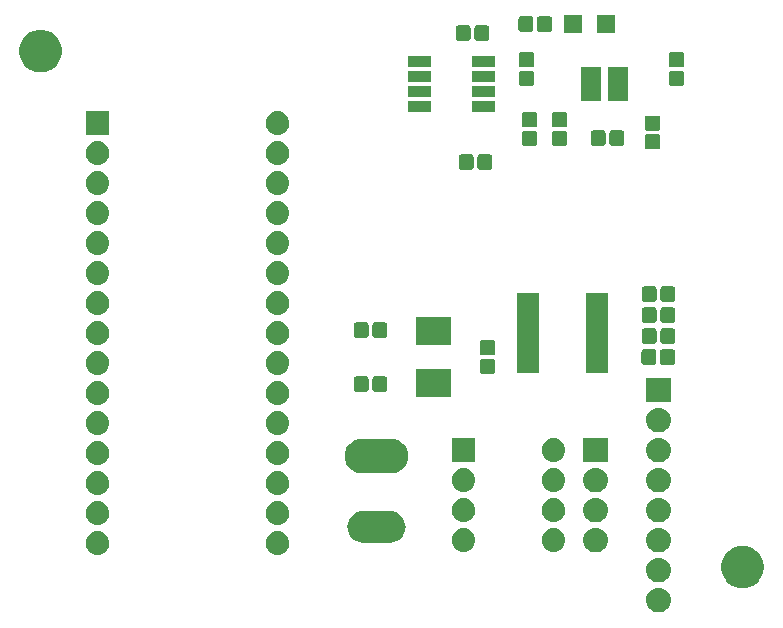
<source format=gbr>
G04 #@! TF.GenerationSoftware,KiCad,Pcbnew,(5.0.1)-3*
G04 #@! TF.CreationDate,2018-11-01T19:24:07-05:00*
G04 #@! TF.ProjectId,module-tester-board,6D6F64756C652D7465737465722D626F,rev?*
G04 #@! TF.SameCoordinates,Original*
G04 #@! TF.FileFunction,Soldermask,Top*
G04 #@! TF.FilePolarity,Negative*
%FSLAX46Y46*%
G04 Gerber Fmt 4.6, Leading zero omitted, Abs format (unit mm)*
G04 Created by KiCad (PCBNEW (5.0.1)-3) date 11/1/2018 7:24:07 PM*
%MOMM*%
%LPD*%
G01*
G04 APERTURE LIST*
%ADD10C,0.100000*%
G04 APERTURE END LIST*
D10*
G36*
X175642707Y-116813597D02*
X175719836Y-116821193D01*
X175851787Y-116861220D01*
X175917763Y-116881233D01*
X176100172Y-116978733D01*
X176260054Y-117109946D01*
X176391267Y-117269828D01*
X176488767Y-117452237D01*
X176488767Y-117452238D01*
X176548807Y-117650164D01*
X176569080Y-117856000D01*
X176548807Y-118061836D01*
X176508780Y-118193787D01*
X176488767Y-118259763D01*
X176391267Y-118442172D01*
X176260054Y-118602054D01*
X176100172Y-118733267D01*
X175917763Y-118830767D01*
X175851787Y-118850780D01*
X175719836Y-118890807D01*
X175642707Y-118898403D01*
X175565580Y-118906000D01*
X175462420Y-118906000D01*
X175385293Y-118898403D01*
X175308164Y-118890807D01*
X175176213Y-118850780D01*
X175110237Y-118830767D01*
X174927828Y-118733267D01*
X174767946Y-118602054D01*
X174636733Y-118442172D01*
X174539233Y-118259763D01*
X174519220Y-118193787D01*
X174479193Y-118061836D01*
X174458920Y-117856000D01*
X174479193Y-117650164D01*
X174539233Y-117452238D01*
X174539233Y-117452237D01*
X174636733Y-117269828D01*
X174767946Y-117109946D01*
X174927828Y-116978733D01*
X175110237Y-116881233D01*
X175176213Y-116861220D01*
X175308164Y-116821193D01*
X175385293Y-116813597D01*
X175462420Y-116806000D01*
X175565580Y-116806000D01*
X175642707Y-116813597D01*
X175642707Y-116813597D01*
G37*
G36*
X183035122Y-113308115D02*
X183151041Y-113331173D01*
X183478620Y-113466861D01*
X183561222Y-113522054D01*
X183773436Y-113663851D01*
X184024149Y-113914564D01*
X184024151Y-113914567D01*
X184221139Y-114209380D01*
X184356827Y-114536959D01*
X184379885Y-114652878D01*
X184426000Y-114884714D01*
X184426000Y-115239286D01*
X184379885Y-115471122D01*
X184356827Y-115587041D01*
X184221139Y-115914620D01*
X184034953Y-116193267D01*
X184024149Y-116209436D01*
X183773436Y-116460149D01*
X183773433Y-116460151D01*
X183478620Y-116657139D01*
X183151041Y-116792827D01*
X183035122Y-116815885D01*
X182803286Y-116862000D01*
X182448714Y-116862000D01*
X182216878Y-116815885D01*
X182100959Y-116792827D01*
X181773380Y-116657139D01*
X181478567Y-116460151D01*
X181478564Y-116460149D01*
X181227851Y-116209436D01*
X181217047Y-116193267D01*
X181030861Y-115914620D01*
X180895173Y-115587041D01*
X180872115Y-115471122D01*
X180826000Y-115239286D01*
X180826000Y-114884714D01*
X180872115Y-114652878D01*
X180895173Y-114536959D01*
X181030861Y-114209380D01*
X181227849Y-113914567D01*
X181227851Y-113914564D01*
X181478564Y-113663851D01*
X181690778Y-113522054D01*
X181773380Y-113466861D01*
X182100959Y-113331173D01*
X182216878Y-113308115D01*
X182448714Y-113262000D01*
X182803286Y-113262000D01*
X183035122Y-113308115D01*
X183035122Y-113308115D01*
G37*
G36*
X175642707Y-114273596D02*
X175719836Y-114281193D01*
X175851787Y-114321220D01*
X175917763Y-114341233D01*
X176100172Y-114438733D01*
X176260054Y-114569946D01*
X176391267Y-114729828D01*
X176488767Y-114912237D01*
X176488767Y-114912238D01*
X176548807Y-115110164D01*
X176569080Y-115316000D01*
X176548807Y-115521836D01*
X176529027Y-115587041D01*
X176488767Y-115719763D01*
X176391267Y-115902172D01*
X176260054Y-116062054D01*
X176100172Y-116193267D01*
X175917763Y-116290767D01*
X175851787Y-116310780D01*
X175719836Y-116350807D01*
X175642707Y-116358404D01*
X175565580Y-116366000D01*
X175462420Y-116366000D01*
X175385293Y-116358404D01*
X175308164Y-116350807D01*
X175176213Y-116310780D01*
X175110237Y-116290767D01*
X174927828Y-116193267D01*
X174767946Y-116062054D01*
X174636733Y-115902172D01*
X174539233Y-115719763D01*
X174498973Y-115587041D01*
X174479193Y-115521836D01*
X174458920Y-115316000D01*
X174479193Y-115110164D01*
X174539233Y-114912238D01*
X174539233Y-114912237D01*
X174636733Y-114729828D01*
X174767946Y-114569946D01*
X174927828Y-114438733D01*
X175110237Y-114341233D01*
X175176213Y-114321220D01*
X175308164Y-114281193D01*
X175385293Y-114273596D01*
X175462420Y-114266000D01*
X175565580Y-114266000D01*
X175642707Y-114273596D01*
X175642707Y-114273596D01*
G37*
G36*
X128212030Y-112044469D02*
X128212033Y-112044470D01*
X128212034Y-112044470D01*
X128400535Y-112101651D01*
X128400537Y-112101652D01*
X128574260Y-112194509D01*
X128726528Y-112319472D01*
X128851491Y-112471740D01*
X128944348Y-112645463D01*
X129001531Y-112833970D01*
X129020838Y-113030000D01*
X129001531Y-113226030D01*
X129001530Y-113226033D01*
X129001530Y-113226034D01*
X128968701Y-113334258D01*
X128944348Y-113414537D01*
X128851491Y-113588260D01*
X128726528Y-113740528D01*
X128574260Y-113865491D01*
X128574258Y-113865492D01*
X128400535Y-113958349D01*
X128212034Y-114015530D01*
X128212033Y-114015530D01*
X128212030Y-114015531D01*
X128065124Y-114030000D01*
X127966876Y-114030000D01*
X127819970Y-114015531D01*
X127819967Y-114015530D01*
X127819966Y-114015530D01*
X127631465Y-113958349D01*
X127457742Y-113865492D01*
X127457740Y-113865491D01*
X127305472Y-113740528D01*
X127180509Y-113588260D01*
X127087652Y-113414537D01*
X127063300Y-113334258D01*
X127030470Y-113226034D01*
X127030470Y-113226033D01*
X127030469Y-113226030D01*
X127011162Y-113030000D01*
X127030469Y-112833970D01*
X127087652Y-112645463D01*
X127180509Y-112471740D01*
X127305472Y-112319472D01*
X127457740Y-112194509D01*
X127631463Y-112101652D01*
X127631465Y-112101651D01*
X127819966Y-112044470D01*
X127819967Y-112044470D01*
X127819970Y-112044469D01*
X127966876Y-112030000D01*
X128065124Y-112030000D01*
X128212030Y-112044469D01*
X128212030Y-112044469D01*
G37*
G36*
X143452030Y-112044469D02*
X143452033Y-112044470D01*
X143452034Y-112044470D01*
X143640535Y-112101651D01*
X143640537Y-112101652D01*
X143814260Y-112194509D01*
X143966528Y-112319472D01*
X144091491Y-112471740D01*
X144184348Y-112645463D01*
X144241531Y-112833970D01*
X144260838Y-113030000D01*
X144241531Y-113226030D01*
X144241530Y-113226033D01*
X144241530Y-113226034D01*
X144208701Y-113334258D01*
X144184348Y-113414537D01*
X144091491Y-113588260D01*
X143966528Y-113740528D01*
X143814260Y-113865491D01*
X143814258Y-113865492D01*
X143640535Y-113958349D01*
X143452034Y-114015530D01*
X143452033Y-114015530D01*
X143452030Y-114015531D01*
X143305124Y-114030000D01*
X143206876Y-114030000D01*
X143059970Y-114015531D01*
X143059967Y-114015530D01*
X143059966Y-114015530D01*
X142871465Y-113958349D01*
X142697742Y-113865492D01*
X142697740Y-113865491D01*
X142545472Y-113740528D01*
X142420509Y-113588260D01*
X142327652Y-113414537D01*
X142303300Y-113334258D01*
X142270470Y-113226034D01*
X142270470Y-113226033D01*
X142270469Y-113226030D01*
X142251162Y-113030000D01*
X142270469Y-112833970D01*
X142327652Y-112645463D01*
X142420509Y-112471740D01*
X142545472Y-112319472D01*
X142697740Y-112194509D01*
X142871463Y-112101652D01*
X142871465Y-112101651D01*
X143059966Y-112044470D01*
X143059967Y-112044470D01*
X143059970Y-112044469D01*
X143206876Y-112030000D01*
X143305124Y-112030000D01*
X143452030Y-112044469D01*
X143452030Y-112044469D01*
G37*
G36*
X175642707Y-111733596D02*
X175719836Y-111741193D01*
X175851787Y-111781220D01*
X175917763Y-111801233D01*
X176100172Y-111898733D01*
X176260054Y-112029946D01*
X176391267Y-112189828D01*
X176488767Y-112372237D01*
X176508780Y-112438213D01*
X176548807Y-112570164D01*
X176569080Y-112776000D01*
X176548807Y-112981836D01*
X176508780Y-113113787D01*
X176488767Y-113179763D01*
X176391267Y-113362172D01*
X176260054Y-113522054D01*
X176100172Y-113653267D01*
X175917763Y-113750767D01*
X175882281Y-113761530D01*
X175719836Y-113810807D01*
X175642707Y-113818404D01*
X175565580Y-113826000D01*
X175462420Y-113826000D01*
X175385293Y-113818404D01*
X175308164Y-113810807D01*
X175145719Y-113761530D01*
X175110237Y-113750767D01*
X174927828Y-113653267D01*
X174767946Y-113522054D01*
X174636733Y-113362172D01*
X174539233Y-113179763D01*
X174519220Y-113113787D01*
X174479193Y-112981836D01*
X174458920Y-112776000D01*
X174479193Y-112570164D01*
X174519220Y-112438213D01*
X174539233Y-112372237D01*
X174636733Y-112189828D01*
X174767946Y-112029946D01*
X174927828Y-111898733D01*
X175110237Y-111801233D01*
X175176213Y-111781220D01*
X175308164Y-111741193D01*
X175385293Y-111733596D01*
X175462420Y-111726000D01*
X175565580Y-111726000D01*
X175642707Y-111733596D01*
X175642707Y-111733596D01*
G37*
G36*
X170308707Y-111733596D02*
X170385836Y-111741193D01*
X170517787Y-111781220D01*
X170583763Y-111801233D01*
X170766172Y-111898733D01*
X170926054Y-112029946D01*
X171057267Y-112189828D01*
X171154767Y-112372237D01*
X171174780Y-112438213D01*
X171214807Y-112570164D01*
X171235080Y-112776000D01*
X171214807Y-112981836D01*
X171174780Y-113113787D01*
X171154767Y-113179763D01*
X171057267Y-113362172D01*
X170926054Y-113522054D01*
X170766172Y-113653267D01*
X170583763Y-113750767D01*
X170548281Y-113761530D01*
X170385836Y-113810807D01*
X170308707Y-113818404D01*
X170231580Y-113826000D01*
X170128420Y-113826000D01*
X170051293Y-113818404D01*
X169974164Y-113810807D01*
X169811719Y-113761530D01*
X169776237Y-113750767D01*
X169593828Y-113653267D01*
X169433946Y-113522054D01*
X169302733Y-113362172D01*
X169205233Y-113179763D01*
X169185220Y-113113787D01*
X169145193Y-112981836D01*
X169124920Y-112776000D01*
X169145193Y-112570164D01*
X169185220Y-112438213D01*
X169205233Y-112372237D01*
X169302733Y-112189828D01*
X169433946Y-112029946D01*
X169593828Y-111898733D01*
X169776237Y-111801233D01*
X169842213Y-111781220D01*
X169974164Y-111741193D01*
X170051293Y-111733596D01*
X170128420Y-111726000D01*
X170231580Y-111726000D01*
X170308707Y-111733596D01*
X170308707Y-111733596D01*
G37*
G36*
X159200030Y-111790469D02*
X159200033Y-111790470D01*
X159200034Y-111790470D01*
X159388535Y-111847651D01*
X159388537Y-111847652D01*
X159562260Y-111940509D01*
X159714528Y-112065472D01*
X159839491Y-112217740D01*
X159839492Y-112217742D01*
X159932349Y-112391465D01*
X159986557Y-112570166D01*
X159989531Y-112579970D01*
X160008838Y-112776000D01*
X159989531Y-112972030D01*
X159989530Y-112972033D01*
X159989530Y-112972034D01*
X159986557Y-112981836D01*
X159932348Y-113160537D01*
X159839491Y-113334260D01*
X159714528Y-113486528D01*
X159562260Y-113611491D01*
X159562258Y-113611492D01*
X159388535Y-113704349D01*
X159200034Y-113761530D01*
X159200033Y-113761530D01*
X159200030Y-113761531D01*
X159053124Y-113776000D01*
X158954876Y-113776000D01*
X158807970Y-113761531D01*
X158807967Y-113761530D01*
X158807966Y-113761530D01*
X158619465Y-113704349D01*
X158445742Y-113611492D01*
X158445740Y-113611491D01*
X158293472Y-113486528D01*
X158168509Y-113334260D01*
X158075652Y-113160537D01*
X158021444Y-112981836D01*
X158018470Y-112972034D01*
X158018470Y-112972033D01*
X158018469Y-112972030D01*
X157999162Y-112776000D01*
X158018469Y-112579970D01*
X158021443Y-112570166D01*
X158075651Y-112391465D01*
X158168508Y-112217742D01*
X158168509Y-112217740D01*
X158293472Y-112065472D01*
X158445740Y-111940509D01*
X158619463Y-111847652D01*
X158619465Y-111847651D01*
X158807966Y-111790470D01*
X158807967Y-111790470D01*
X158807970Y-111790469D01*
X158954876Y-111776000D01*
X159053124Y-111776000D01*
X159200030Y-111790469D01*
X159200030Y-111790469D01*
G37*
G36*
X166820030Y-111790469D02*
X166820033Y-111790470D01*
X166820034Y-111790470D01*
X167008535Y-111847651D01*
X167008537Y-111847652D01*
X167182260Y-111940509D01*
X167334528Y-112065472D01*
X167459491Y-112217740D01*
X167459492Y-112217742D01*
X167552349Y-112391465D01*
X167606557Y-112570166D01*
X167609531Y-112579970D01*
X167628838Y-112776000D01*
X167609531Y-112972030D01*
X167609530Y-112972033D01*
X167609530Y-112972034D01*
X167606557Y-112981836D01*
X167552348Y-113160537D01*
X167459491Y-113334260D01*
X167334528Y-113486528D01*
X167182260Y-113611491D01*
X167182258Y-113611492D01*
X167008535Y-113704349D01*
X166820034Y-113761530D01*
X166820033Y-113761530D01*
X166820030Y-113761531D01*
X166673124Y-113776000D01*
X166574876Y-113776000D01*
X166427970Y-113761531D01*
X166427967Y-113761530D01*
X166427966Y-113761530D01*
X166239465Y-113704349D01*
X166065742Y-113611492D01*
X166065740Y-113611491D01*
X165913472Y-113486528D01*
X165788509Y-113334260D01*
X165695652Y-113160537D01*
X165641444Y-112981836D01*
X165638470Y-112972034D01*
X165638470Y-112972033D01*
X165638469Y-112972030D01*
X165619162Y-112776000D01*
X165638469Y-112579970D01*
X165641443Y-112570166D01*
X165695651Y-112391465D01*
X165788508Y-112217742D01*
X165788509Y-112217740D01*
X165913472Y-112065472D01*
X166065740Y-111940509D01*
X166239463Y-111847652D01*
X166239465Y-111847651D01*
X166427966Y-111790470D01*
X166427967Y-111790470D01*
X166427970Y-111790469D01*
X166574876Y-111776000D01*
X166673124Y-111776000D01*
X166820030Y-111790469D01*
X166820030Y-111790469D01*
G37*
G36*
X152974081Y-110353379D02*
X153022747Y-110358172D01*
X153266236Y-110432034D01*
X153272509Y-110433937D01*
X153502692Y-110556972D01*
X153704450Y-110722550D01*
X153829180Y-110874535D01*
X153870028Y-110924308D01*
X153993063Y-111154491D01*
X154068828Y-111404253D01*
X154068828Y-111404255D01*
X154094411Y-111664000D01*
X154073038Y-111881001D01*
X154068828Y-111923747D01*
X154036596Y-112030000D01*
X153993063Y-112173509D01*
X153870028Y-112403692D01*
X153704450Y-112605450D01*
X153502692Y-112771028D01*
X153272509Y-112894063D01*
X153022747Y-112969828D01*
X152974082Y-112974621D01*
X152828091Y-112989000D01*
X150447909Y-112989000D01*
X150301918Y-112974621D01*
X150253253Y-112969828D01*
X150003491Y-112894063D01*
X149773308Y-112771028D01*
X149571550Y-112605450D01*
X149405972Y-112403692D01*
X149282937Y-112173509D01*
X149239404Y-112030000D01*
X149207172Y-111923747D01*
X149202962Y-111881001D01*
X149181589Y-111664000D01*
X149207172Y-111404255D01*
X149207172Y-111404253D01*
X149282937Y-111154491D01*
X149405972Y-110924308D01*
X149446820Y-110874535D01*
X149571550Y-110722550D01*
X149773308Y-110556972D01*
X150003491Y-110433937D01*
X150009764Y-110432034D01*
X150253253Y-110358172D01*
X150301919Y-110353379D01*
X150447909Y-110339000D01*
X152828091Y-110339000D01*
X152974081Y-110353379D01*
X152974081Y-110353379D01*
G37*
G36*
X143452030Y-109504469D02*
X143452033Y-109504470D01*
X143452034Y-109504470D01*
X143640535Y-109561651D01*
X143640537Y-109561652D01*
X143814260Y-109654509D01*
X143966528Y-109779472D01*
X144091491Y-109931740D01*
X144184348Y-110105463D01*
X144241531Y-110293970D01*
X144260838Y-110490000D01*
X144241531Y-110686030D01*
X144241530Y-110686033D01*
X144241530Y-110686034D01*
X144208701Y-110794258D01*
X144184348Y-110874537D01*
X144091491Y-111048260D01*
X143966528Y-111200528D01*
X143814260Y-111325491D01*
X143814258Y-111325492D01*
X143640535Y-111418349D01*
X143452034Y-111475530D01*
X143452033Y-111475530D01*
X143452030Y-111475531D01*
X143305124Y-111490000D01*
X143206876Y-111490000D01*
X143059970Y-111475531D01*
X143059967Y-111475530D01*
X143059966Y-111475530D01*
X142871465Y-111418349D01*
X142697742Y-111325492D01*
X142697740Y-111325491D01*
X142545472Y-111200528D01*
X142420509Y-111048260D01*
X142327652Y-110874537D01*
X142303300Y-110794258D01*
X142270470Y-110686034D01*
X142270470Y-110686033D01*
X142270469Y-110686030D01*
X142251162Y-110490000D01*
X142270469Y-110293970D01*
X142327652Y-110105463D01*
X142420509Y-109931740D01*
X142545472Y-109779472D01*
X142697740Y-109654509D01*
X142871463Y-109561652D01*
X142871465Y-109561651D01*
X143059966Y-109504470D01*
X143059967Y-109504470D01*
X143059970Y-109504469D01*
X143206876Y-109490000D01*
X143305124Y-109490000D01*
X143452030Y-109504469D01*
X143452030Y-109504469D01*
G37*
G36*
X128212030Y-109504469D02*
X128212033Y-109504470D01*
X128212034Y-109504470D01*
X128400535Y-109561651D01*
X128400537Y-109561652D01*
X128574260Y-109654509D01*
X128726528Y-109779472D01*
X128851491Y-109931740D01*
X128944348Y-110105463D01*
X129001531Y-110293970D01*
X129020838Y-110490000D01*
X129001531Y-110686030D01*
X129001530Y-110686033D01*
X129001530Y-110686034D01*
X128968701Y-110794258D01*
X128944348Y-110874537D01*
X128851491Y-111048260D01*
X128726528Y-111200528D01*
X128574260Y-111325491D01*
X128574258Y-111325492D01*
X128400535Y-111418349D01*
X128212034Y-111475530D01*
X128212033Y-111475530D01*
X128212030Y-111475531D01*
X128065124Y-111490000D01*
X127966876Y-111490000D01*
X127819970Y-111475531D01*
X127819967Y-111475530D01*
X127819966Y-111475530D01*
X127631465Y-111418349D01*
X127457742Y-111325492D01*
X127457740Y-111325491D01*
X127305472Y-111200528D01*
X127180509Y-111048260D01*
X127087652Y-110874537D01*
X127063300Y-110794258D01*
X127030470Y-110686034D01*
X127030470Y-110686033D01*
X127030469Y-110686030D01*
X127011162Y-110490000D01*
X127030469Y-110293970D01*
X127087652Y-110105463D01*
X127180509Y-109931740D01*
X127305472Y-109779472D01*
X127457740Y-109654509D01*
X127631463Y-109561652D01*
X127631465Y-109561651D01*
X127819966Y-109504470D01*
X127819967Y-109504470D01*
X127819970Y-109504469D01*
X127966876Y-109490000D01*
X128065124Y-109490000D01*
X128212030Y-109504469D01*
X128212030Y-109504469D01*
G37*
G36*
X170308707Y-109193596D02*
X170385836Y-109201193D01*
X170517787Y-109241220D01*
X170583763Y-109261233D01*
X170766172Y-109358733D01*
X170926054Y-109489946D01*
X171057267Y-109649828D01*
X171154767Y-109832237D01*
X171174780Y-109898213D01*
X171214807Y-110030164D01*
X171235080Y-110236000D01*
X171214807Y-110441836D01*
X171179881Y-110556972D01*
X171154767Y-110639763D01*
X171057267Y-110822172D01*
X170926054Y-110982054D01*
X170766172Y-111113267D01*
X170583763Y-111210767D01*
X170548281Y-111221530D01*
X170385836Y-111270807D01*
X170308707Y-111278403D01*
X170231580Y-111286000D01*
X170128420Y-111286000D01*
X170051293Y-111278403D01*
X169974164Y-111270807D01*
X169811719Y-111221530D01*
X169776237Y-111210767D01*
X169593828Y-111113267D01*
X169433946Y-110982054D01*
X169302733Y-110822172D01*
X169205233Y-110639763D01*
X169180119Y-110556972D01*
X169145193Y-110441836D01*
X169124920Y-110236000D01*
X169145193Y-110030164D01*
X169185220Y-109898213D01*
X169205233Y-109832237D01*
X169302733Y-109649828D01*
X169433946Y-109489946D01*
X169593828Y-109358733D01*
X169776237Y-109261233D01*
X169842213Y-109241220D01*
X169974164Y-109201193D01*
X170051293Y-109193596D01*
X170128420Y-109186000D01*
X170231580Y-109186000D01*
X170308707Y-109193596D01*
X170308707Y-109193596D01*
G37*
G36*
X175642707Y-109193596D02*
X175719836Y-109201193D01*
X175851787Y-109241220D01*
X175917763Y-109261233D01*
X176100172Y-109358733D01*
X176260054Y-109489946D01*
X176391267Y-109649828D01*
X176488767Y-109832237D01*
X176508780Y-109898213D01*
X176548807Y-110030164D01*
X176569080Y-110236000D01*
X176548807Y-110441836D01*
X176513881Y-110556972D01*
X176488767Y-110639763D01*
X176391267Y-110822172D01*
X176260054Y-110982054D01*
X176100172Y-111113267D01*
X175917763Y-111210767D01*
X175882281Y-111221530D01*
X175719836Y-111270807D01*
X175642707Y-111278403D01*
X175565580Y-111286000D01*
X175462420Y-111286000D01*
X175385293Y-111278403D01*
X175308164Y-111270807D01*
X175145719Y-111221530D01*
X175110237Y-111210767D01*
X174927828Y-111113267D01*
X174767946Y-110982054D01*
X174636733Y-110822172D01*
X174539233Y-110639763D01*
X174514119Y-110556972D01*
X174479193Y-110441836D01*
X174458920Y-110236000D01*
X174479193Y-110030164D01*
X174519220Y-109898213D01*
X174539233Y-109832237D01*
X174636733Y-109649828D01*
X174767946Y-109489946D01*
X174927828Y-109358733D01*
X175110237Y-109261233D01*
X175176213Y-109241220D01*
X175308164Y-109201193D01*
X175385293Y-109193596D01*
X175462420Y-109186000D01*
X175565580Y-109186000D01*
X175642707Y-109193596D01*
X175642707Y-109193596D01*
G37*
G36*
X166820030Y-109250469D02*
X166820033Y-109250470D01*
X166820034Y-109250470D01*
X167008535Y-109307651D01*
X167008537Y-109307652D01*
X167182260Y-109400509D01*
X167334528Y-109525472D01*
X167459491Y-109677740D01*
X167459492Y-109677742D01*
X167552349Y-109851465D01*
X167606557Y-110030166D01*
X167609531Y-110039970D01*
X167628838Y-110236000D01*
X167609531Y-110432030D01*
X167609530Y-110432033D01*
X167609530Y-110432034D01*
X167571631Y-110556972D01*
X167552348Y-110620537D01*
X167459491Y-110794260D01*
X167334528Y-110946528D01*
X167182260Y-111071491D01*
X167182258Y-111071492D01*
X167008535Y-111164349D01*
X166820034Y-111221530D01*
X166820033Y-111221530D01*
X166820030Y-111221531D01*
X166673124Y-111236000D01*
X166574876Y-111236000D01*
X166427970Y-111221531D01*
X166427967Y-111221530D01*
X166427966Y-111221530D01*
X166239465Y-111164349D01*
X166065742Y-111071492D01*
X166065740Y-111071491D01*
X165913472Y-110946528D01*
X165788509Y-110794260D01*
X165695652Y-110620537D01*
X165676370Y-110556972D01*
X165638470Y-110432034D01*
X165638470Y-110432033D01*
X165638469Y-110432030D01*
X165619162Y-110236000D01*
X165638469Y-110039970D01*
X165641443Y-110030166D01*
X165695651Y-109851465D01*
X165788508Y-109677742D01*
X165788509Y-109677740D01*
X165913472Y-109525472D01*
X166065740Y-109400509D01*
X166239463Y-109307652D01*
X166239465Y-109307651D01*
X166427966Y-109250470D01*
X166427967Y-109250470D01*
X166427970Y-109250469D01*
X166574876Y-109236000D01*
X166673124Y-109236000D01*
X166820030Y-109250469D01*
X166820030Y-109250469D01*
G37*
G36*
X159200030Y-109250469D02*
X159200033Y-109250470D01*
X159200034Y-109250470D01*
X159388535Y-109307651D01*
X159388537Y-109307652D01*
X159562260Y-109400509D01*
X159714528Y-109525472D01*
X159839491Y-109677740D01*
X159839492Y-109677742D01*
X159932349Y-109851465D01*
X159986557Y-110030166D01*
X159989531Y-110039970D01*
X160008838Y-110236000D01*
X159989531Y-110432030D01*
X159989530Y-110432033D01*
X159989530Y-110432034D01*
X159951631Y-110556972D01*
X159932348Y-110620537D01*
X159839491Y-110794260D01*
X159714528Y-110946528D01*
X159562260Y-111071491D01*
X159562258Y-111071492D01*
X159388535Y-111164349D01*
X159200034Y-111221530D01*
X159200033Y-111221530D01*
X159200030Y-111221531D01*
X159053124Y-111236000D01*
X158954876Y-111236000D01*
X158807970Y-111221531D01*
X158807967Y-111221530D01*
X158807966Y-111221530D01*
X158619465Y-111164349D01*
X158445742Y-111071492D01*
X158445740Y-111071491D01*
X158293472Y-110946528D01*
X158168509Y-110794260D01*
X158075652Y-110620537D01*
X158056370Y-110556972D01*
X158018470Y-110432034D01*
X158018470Y-110432033D01*
X158018469Y-110432030D01*
X157999162Y-110236000D01*
X158018469Y-110039970D01*
X158021443Y-110030166D01*
X158075651Y-109851465D01*
X158168508Y-109677742D01*
X158168509Y-109677740D01*
X158293472Y-109525472D01*
X158445740Y-109400509D01*
X158619463Y-109307652D01*
X158619465Y-109307651D01*
X158807966Y-109250470D01*
X158807967Y-109250470D01*
X158807970Y-109250469D01*
X158954876Y-109236000D01*
X159053124Y-109236000D01*
X159200030Y-109250469D01*
X159200030Y-109250469D01*
G37*
G36*
X143452030Y-106964469D02*
X143452033Y-106964470D01*
X143452034Y-106964470D01*
X143640535Y-107021651D01*
X143640537Y-107021652D01*
X143814260Y-107114509D01*
X143966528Y-107239472D01*
X144091491Y-107391740D01*
X144184348Y-107565463D01*
X144241531Y-107753970D01*
X144260838Y-107950000D01*
X144241531Y-108146030D01*
X144241530Y-108146033D01*
X144241530Y-108146034D01*
X144208701Y-108254258D01*
X144184348Y-108334537D01*
X144091491Y-108508260D01*
X143966528Y-108660528D01*
X143814260Y-108785491D01*
X143814258Y-108785492D01*
X143640535Y-108878349D01*
X143452034Y-108935530D01*
X143452033Y-108935530D01*
X143452030Y-108935531D01*
X143305124Y-108950000D01*
X143206876Y-108950000D01*
X143059970Y-108935531D01*
X143059967Y-108935530D01*
X143059966Y-108935530D01*
X142871465Y-108878349D01*
X142697742Y-108785492D01*
X142697740Y-108785491D01*
X142545472Y-108660528D01*
X142420509Y-108508260D01*
X142327652Y-108334537D01*
X142303300Y-108254258D01*
X142270470Y-108146034D01*
X142270470Y-108146033D01*
X142270469Y-108146030D01*
X142251162Y-107950000D01*
X142270469Y-107753970D01*
X142327652Y-107565463D01*
X142420509Y-107391740D01*
X142545472Y-107239472D01*
X142697740Y-107114509D01*
X142871463Y-107021652D01*
X142871465Y-107021651D01*
X143059966Y-106964470D01*
X143059967Y-106964470D01*
X143059970Y-106964469D01*
X143206876Y-106950000D01*
X143305124Y-106950000D01*
X143452030Y-106964469D01*
X143452030Y-106964469D01*
G37*
G36*
X128212030Y-106964469D02*
X128212033Y-106964470D01*
X128212034Y-106964470D01*
X128400535Y-107021651D01*
X128400537Y-107021652D01*
X128574260Y-107114509D01*
X128726528Y-107239472D01*
X128851491Y-107391740D01*
X128944348Y-107565463D01*
X129001531Y-107753970D01*
X129020838Y-107950000D01*
X129001531Y-108146030D01*
X129001530Y-108146033D01*
X129001530Y-108146034D01*
X128968701Y-108254258D01*
X128944348Y-108334537D01*
X128851491Y-108508260D01*
X128726528Y-108660528D01*
X128574260Y-108785491D01*
X128574258Y-108785492D01*
X128400535Y-108878349D01*
X128212034Y-108935530D01*
X128212033Y-108935530D01*
X128212030Y-108935531D01*
X128065124Y-108950000D01*
X127966876Y-108950000D01*
X127819970Y-108935531D01*
X127819967Y-108935530D01*
X127819966Y-108935530D01*
X127631465Y-108878349D01*
X127457742Y-108785492D01*
X127457740Y-108785491D01*
X127305472Y-108660528D01*
X127180509Y-108508260D01*
X127087652Y-108334537D01*
X127063300Y-108254258D01*
X127030470Y-108146034D01*
X127030470Y-108146033D01*
X127030469Y-108146030D01*
X127011162Y-107950000D01*
X127030469Y-107753970D01*
X127087652Y-107565463D01*
X127180509Y-107391740D01*
X127305472Y-107239472D01*
X127457740Y-107114509D01*
X127631463Y-107021652D01*
X127631465Y-107021651D01*
X127819966Y-106964470D01*
X127819967Y-106964470D01*
X127819970Y-106964469D01*
X127966876Y-106950000D01*
X128065124Y-106950000D01*
X128212030Y-106964469D01*
X128212030Y-106964469D01*
G37*
G36*
X170308707Y-106653597D02*
X170385836Y-106661193D01*
X170517787Y-106701220D01*
X170583763Y-106721233D01*
X170766172Y-106818733D01*
X170926054Y-106949946D01*
X171057267Y-107109828D01*
X171154767Y-107292237D01*
X171174780Y-107358213D01*
X171214807Y-107490164D01*
X171235080Y-107696000D01*
X171214807Y-107901836D01*
X171174780Y-108033787D01*
X171154767Y-108099763D01*
X171057267Y-108282172D01*
X170926054Y-108442054D01*
X170766172Y-108573267D01*
X170583763Y-108670767D01*
X170548281Y-108681530D01*
X170385836Y-108730807D01*
X170308707Y-108738404D01*
X170231580Y-108746000D01*
X170128420Y-108746000D01*
X170051293Y-108738404D01*
X169974164Y-108730807D01*
X169811719Y-108681530D01*
X169776237Y-108670767D01*
X169593828Y-108573267D01*
X169433946Y-108442054D01*
X169302733Y-108282172D01*
X169205233Y-108099763D01*
X169185220Y-108033787D01*
X169145193Y-107901836D01*
X169124920Y-107696000D01*
X169145193Y-107490164D01*
X169185220Y-107358213D01*
X169205233Y-107292237D01*
X169302733Y-107109828D01*
X169433946Y-106949946D01*
X169593828Y-106818733D01*
X169776237Y-106721233D01*
X169842213Y-106701220D01*
X169974164Y-106661193D01*
X170051293Y-106653597D01*
X170128420Y-106646000D01*
X170231580Y-106646000D01*
X170308707Y-106653597D01*
X170308707Y-106653597D01*
G37*
G36*
X175642707Y-106653597D02*
X175719836Y-106661193D01*
X175851787Y-106701220D01*
X175917763Y-106721233D01*
X176100172Y-106818733D01*
X176260054Y-106949946D01*
X176391267Y-107109828D01*
X176488767Y-107292237D01*
X176508780Y-107358213D01*
X176548807Y-107490164D01*
X176569080Y-107696000D01*
X176548807Y-107901836D01*
X176508780Y-108033787D01*
X176488767Y-108099763D01*
X176391267Y-108282172D01*
X176260054Y-108442054D01*
X176100172Y-108573267D01*
X175917763Y-108670767D01*
X175882281Y-108681530D01*
X175719836Y-108730807D01*
X175642707Y-108738404D01*
X175565580Y-108746000D01*
X175462420Y-108746000D01*
X175385293Y-108738404D01*
X175308164Y-108730807D01*
X175145719Y-108681530D01*
X175110237Y-108670767D01*
X174927828Y-108573267D01*
X174767946Y-108442054D01*
X174636733Y-108282172D01*
X174539233Y-108099763D01*
X174519220Y-108033787D01*
X174479193Y-107901836D01*
X174458920Y-107696000D01*
X174479193Y-107490164D01*
X174519220Y-107358213D01*
X174539233Y-107292237D01*
X174636733Y-107109828D01*
X174767946Y-106949946D01*
X174927828Y-106818733D01*
X175110237Y-106721233D01*
X175176213Y-106701220D01*
X175308164Y-106661193D01*
X175385293Y-106653597D01*
X175462420Y-106646000D01*
X175565580Y-106646000D01*
X175642707Y-106653597D01*
X175642707Y-106653597D01*
G37*
G36*
X159200030Y-106710469D02*
X159200033Y-106710470D01*
X159200034Y-106710470D01*
X159388535Y-106767651D01*
X159388537Y-106767652D01*
X159562260Y-106860509D01*
X159714528Y-106985472D01*
X159839491Y-107137740D01*
X159839492Y-107137742D01*
X159932349Y-107311465D01*
X159986557Y-107490166D01*
X159989531Y-107499970D01*
X160008838Y-107696000D01*
X159989531Y-107892030D01*
X159989530Y-107892033D01*
X159989530Y-107892034D01*
X159986557Y-107901836D01*
X159932348Y-108080537D01*
X159839491Y-108254260D01*
X159714528Y-108406528D01*
X159562260Y-108531491D01*
X159562258Y-108531492D01*
X159388535Y-108624349D01*
X159200034Y-108681530D01*
X159200033Y-108681530D01*
X159200030Y-108681531D01*
X159053124Y-108696000D01*
X158954876Y-108696000D01*
X158807970Y-108681531D01*
X158807967Y-108681530D01*
X158807966Y-108681530D01*
X158619465Y-108624349D01*
X158445742Y-108531492D01*
X158445740Y-108531491D01*
X158293472Y-108406528D01*
X158168509Y-108254260D01*
X158075652Y-108080537D01*
X158021444Y-107901836D01*
X158018470Y-107892034D01*
X158018470Y-107892033D01*
X158018469Y-107892030D01*
X157999162Y-107696000D01*
X158018469Y-107499970D01*
X158021443Y-107490166D01*
X158075651Y-107311465D01*
X158168508Y-107137742D01*
X158168509Y-107137740D01*
X158293472Y-106985472D01*
X158445740Y-106860509D01*
X158619463Y-106767652D01*
X158619465Y-106767651D01*
X158807966Y-106710470D01*
X158807967Y-106710470D01*
X158807970Y-106710469D01*
X158954876Y-106696000D01*
X159053124Y-106696000D01*
X159200030Y-106710469D01*
X159200030Y-106710469D01*
G37*
G36*
X166820030Y-106710469D02*
X166820033Y-106710470D01*
X166820034Y-106710470D01*
X167008535Y-106767651D01*
X167008537Y-106767652D01*
X167182260Y-106860509D01*
X167334528Y-106985472D01*
X167459491Y-107137740D01*
X167459492Y-107137742D01*
X167552349Y-107311465D01*
X167606557Y-107490166D01*
X167609531Y-107499970D01*
X167628838Y-107696000D01*
X167609531Y-107892030D01*
X167609530Y-107892033D01*
X167609530Y-107892034D01*
X167606557Y-107901836D01*
X167552348Y-108080537D01*
X167459491Y-108254260D01*
X167334528Y-108406528D01*
X167182260Y-108531491D01*
X167182258Y-108531492D01*
X167008535Y-108624349D01*
X166820034Y-108681530D01*
X166820033Y-108681530D01*
X166820030Y-108681531D01*
X166673124Y-108696000D01*
X166574876Y-108696000D01*
X166427970Y-108681531D01*
X166427967Y-108681530D01*
X166427966Y-108681530D01*
X166239465Y-108624349D01*
X166065742Y-108531492D01*
X166065740Y-108531491D01*
X165913472Y-108406528D01*
X165788509Y-108254260D01*
X165695652Y-108080537D01*
X165641444Y-107901836D01*
X165638470Y-107892034D01*
X165638470Y-107892033D01*
X165638469Y-107892030D01*
X165619162Y-107696000D01*
X165638469Y-107499970D01*
X165641443Y-107490166D01*
X165695651Y-107311465D01*
X165788508Y-107137742D01*
X165788509Y-107137740D01*
X165913472Y-106985472D01*
X166065740Y-106860509D01*
X166239463Y-106767652D01*
X166239465Y-106767651D01*
X166427966Y-106710470D01*
X166427967Y-106710470D01*
X166427970Y-106710469D01*
X166574876Y-106696000D01*
X166673124Y-106696000D01*
X166820030Y-106710469D01*
X166820030Y-106710469D01*
G37*
G36*
X153001830Y-104218196D02*
X153172250Y-104234981D01*
X153445576Y-104317894D01*
X153697474Y-104452536D01*
X153918265Y-104633735D01*
X154099464Y-104854526D01*
X154234106Y-105106424D01*
X154317019Y-105379750D01*
X154345015Y-105664000D01*
X154317019Y-105948250D01*
X154234106Y-106221576D01*
X154099464Y-106473474D01*
X153918265Y-106694265D01*
X153697474Y-106875464D01*
X153445576Y-107010106D01*
X153172250Y-107093019D01*
X153001830Y-107109804D01*
X152959226Y-107114000D01*
X150316774Y-107114000D01*
X150274170Y-107109804D01*
X150103750Y-107093019D01*
X149830424Y-107010106D01*
X149578526Y-106875464D01*
X149357735Y-106694265D01*
X149176536Y-106473474D01*
X149041894Y-106221576D01*
X148958981Y-105948250D01*
X148930985Y-105664000D01*
X148958981Y-105379750D01*
X149041894Y-105106424D01*
X149176536Y-104854526D01*
X149357735Y-104633735D01*
X149578526Y-104452536D01*
X149830424Y-104317894D01*
X150103750Y-104234981D01*
X150274170Y-104218196D01*
X150316774Y-104214000D01*
X152959226Y-104214000D01*
X153001830Y-104218196D01*
X153001830Y-104218196D01*
G37*
G36*
X128212030Y-104424469D02*
X128212033Y-104424470D01*
X128212034Y-104424470D01*
X128400535Y-104481651D01*
X128400537Y-104481652D01*
X128574260Y-104574509D01*
X128726528Y-104699472D01*
X128851491Y-104851740D01*
X128851492Y-104851742D01*
X128944349Y-105025465D01*
X128983946Y-105156000D01*
X129001531Y-105213970D01*
X129020838Y-105410000D01*
X129001531Y-105606030D01*
X129001530Y-105606033D01*
X129001530Y-105606034D01*
X128968701Y-105714258D01*
X128944348Y-105794537D01*
X128851491Y-105968260D01*
X128726528Y-106120528D01*
X128574260Y-106245491D01*
X128574258Y-106245492D01*
X128400535Y-106338349D01*
X128212034Y-106395530D01*
X128212033Y-106395530D01*
X128212030Y-106395531D01*
X128065124Y-106410000D01*
X127966876Y-106410000D01*
X127819970Y-106395531D01*
X127819967Y-106395530D01*
X127819966Y-106395530D01*
X127631465Y-106338349D01*
X127457742Y-106245492D01*
X127457740Y-106245491D01*
X127305472Y-106120528D01*
X127180509Y-105968260D01*
X127087652Y-105794537D01*
X127063300Y-105714258D01*
X127030470Y-105606034D01*
X127030470Y-105606033D01*
X127030469Y-105606030D01*
X127011162Y-105410000D01*
X127030469Y-105213970D01*
X127048054Y-105156000D01*
X127087651Y-105025465D01*
X127180508Y-104851742D01*
X127180509Y-104851740D01*
X127305472Y-104699472D01*
X127457740Y-104574509D01*
X127631463Y-104481652D01*
X127631465Y-104481651D01*
X127819966Y-104424470D01*
X127819967Y-104424470D01*
X127819970Y-104424469D01*
X127966876Y-104410000D01*
X128065124Y-104410000D01*
X128212030Y-104424469D01*
X128212030Y-104424469D01*
G37*
G36*
X143452030Y-104424469D02*
X143452033Y-104424470D01*
X143452034Y-104424470D01*
X143640535Y-104481651D01*
X143640537Y-104481652D01*
X143814260Y-104574509D01*
X143966528Y-104699472D01*
X144091491Y-104851740D01*
X144091492Y-104851742D01*
X144184349Y-105025465D01*
X144223946Y-105156000D01*
X144241531Y-105213970D01*
X144260838Y-105410000D01*
X144241531Y-105606030D01*
X144241530Y-105606033D01*
X144241530Y-105606034D01*
X144208701Y-105714258D01*
X144184348Y-105794537D01*
X144091491Y-105968260D01*
X143966528Y-106120528D01*
X143814260Y-106245491D01*
X143814258Y-106245492D01*
X143640535Y-106338349D01*
X143452034Y-106395530D01*
X143452033Y-106395530D01*
X143452030Y-106395531D01*
X143305124Y-106410000D01*
X143206876Y-106410000D01*
X143059970Y-106395531D01*
X143059967Y-106395530D01*
X143059966Y-106395530D01*
X142871465Y-106338349D01*
X142697742Y-106245492D01*
X142697740Y-106245491D01*
X142545472Y-106120528D01*
X142420509Y-105968260D01*
X142327652Y-105794537D01*
X142303300Y-105714258D01*
X142270470Y-105606034D01*
X142270470Y-105606033D01*
X142270469Y-105606030D01*
X142251162Y-105410000D01*
X142270469Y-105213970D01*
X142288054Y-105156000D01*
X142327651Y-105025465D01*
X142420508Y-104851742D01*
X142420509Y-104851740D01*
X142545472Y-104699472D01*
X142697740Y-104574509D01*
X142871463Y-104481652D01*
X142871465Y-104481651D01*
X143059966Y-104424470D01*
X143059967Y-104424470D01*
X143059970Y-104424469D01*
X143206876Y-104410000D01*
X143305124Y-104410000D01*
X143452030Y-104424469D01*
X143452030Y-104424469D01*
G37*
G36*
X175642707Y-104113596D02*
X175719836Y-104121193D01*
X175851787Y-104161220D01*
X175917763Y-104181233D01*
X176100172Y-104278733D01*
X176260054Y-104409946D01*
X176391267Y-104569828D01*
X176488767Y-104752237D01*
X176508780Y-104818213D01*
X176548807Y-104950164D01*
X176569080Y-105156000D01*
X176548807Y-105361836D01*
X176508780Y-105493787D01*
X176488767Y-105559763D01*
X176391267Y-105742172D01*
X176260054Y-105902054D01*
X176100172Y-106033267D01*
X175917763Y-106130767D01*
X175882281Y-106141530D01*
X175719836Y-106190807D01*
X175642707Y-106198404D01*
X175565580Y-106206000D01*
X175462420Y-106206000D01*
X175385293Y-106198404D01*
X175308164Y-106190807D01*
X175145719Y-106141530D01*
X175110237Y-106130767D01*
X174927828Y-106033267D01*
X174767946Y-105902054D01*
X174636733Y-105742172D01*
X174539233Y-105559763D01*
X174519220Y-105493787D01*
X174479193Y-105361836D01*
X174458920Y-105156000D01*
X174479193Y-104950164D01*
X174519220Y-104818213D01*
X174539233Y-104752237D01*
X174636733Y-104569828D01*
X174767946Y-104409946D01*
X174927828Y-104278733D01*
X175110237Y-104181233D01*
X175176213Y-104161220D01*
X175308164Y-104121193D01*
X175385293Y-104113596D01*
X175462420Y-104106000D01*
X175565580Y-104106000D01*
X175642707Y-104113596D01*
X175642707Y-104113596D01*
G37*
G36*
X171230000Y-106206000D02*
X169130000Y-106206000D01*
X169130000Y-104106000D01*
X171230000Y-104106000D01*
X171230000Y-106206000D01*
X171230000Y-106206000D01*
G37*
G36*
X160004000Y-106156000D02*
X158004000Y-106156000D01*
X158004000Y-104156000D01*
X160004000Y-104156000D01*
X160004000Y-106156000D01*
X160004000Y-106156000D01*
G37*
G36*
X166820030Y-104170469D02*
X166820033Y-104170470D01*
X166820034Y-104170470D01*
X167008535Y-104227651D01*
X167008537Y-104227652D01*
X167182260Y-104320509D01*
X167334528Y-104445472D01*
X167459491Y-104597740D01*
X167459492Y-104597742D01*
X167552349Y-104771465D01*
X167606557Y-104950166D01*
X167609531Y-104959970D01*
X167628838Y-105156000D01*
X167609531Y-105352030D01*
X167609530Y-105352033D01*
X167609530Y-105352034D01*
X167606557Y-105361836D01*
X167552348Y-105540537D01*
X167459491Y-105714260D01*
X167334528Y-105866528D01*
X167182260Y-105991491D01*
X167182258Y-105991492D01*
X167008535Y-106084349D01*
X166820034Y-106141530D01*
X166820033Y-106141530D01*
X166820030Y-106141531D01*
X166673124Y-106156000D01*
X166574876Y-106156000D01*
X166427970Y-106141531D01*
X166427967Y-106141530D01*
X166427966Y-106141530D01*
X166239465Y-106084349D01*
X166065742Y-105991492D01*
X166065740Y-105991491D01*
X165913472Y-105866528D01*
X165788509Y-105714260D01*
X165695652Y-105540537D01*
X165641444Y-105361836D01*
X165638470Y-105352034D01*
X165638470Y-105352033D01*
X165638469Y-105352030D01*
X165619162Y-105156000D01*
X165638469Y-104959970D01*
X165641443Y-104950166D01*
X165695651Y-104771465D01*
X165788508Y-104597742D01*
X165788509Y-104597740D01*
X165913472Y-104445472D01*
X166065740Y-104320509D01*
X166239463Y-104227652D01*
X166239465Y-104227651D01*
X166427966Y-104170470D01*
X166427967Y-104170470D01*
X166427970Y-104170469D01*
X166574876Y-104156000D01*
X166673124Y-104156000D01*
X166820030Y-104170469D01*
X166820030Y-104170469D01*
G37*
G36*
X143452030Y-101884469D02*
X143452033Y-101884470D01*
X143452034Y-101884470D01*
X143640535Y-101941651D01*
X143640537Y-101941652D01*
X143814260Y-102034509D01*
X143966528Y-102159472D01*
X144091491Y-102311740D01*
X144184348Y-102485463D01*
X144241531Y-102673970D01*
X144260838Y-102870000D01*
X144241531Y-103066030D01*
X144184348Y-103254537D01*
X144091491Y-103428260D01*
X143966528Y-103580528D01*
X143814260Y-103705491D01*
X143814258Y-103705492D01*
X143640535Y-103798349D01*
X143452034Y-103855530D01*
X143452033Y-103855530D01*
X143452030Y-103855531D01*
X143305124Y-103870000D01*
X143206876Y-103870000D01*
X143059970Y-103855531D01*
X143059967Y-103855530D01*
X143059966Y-103855530D01*
X142871465Y-103798349D01*
X142697742Y-103705492D01*
X142697740Y-103705491D01*
X142545472Y-103580528D01*
X142420509Y-103428260D01*
X142327652Y-103254537D01*
X142270469Y-103066030D01*
X142251162Y-102870000D01*
X142270469Y-102673970D01*
X142327652Y-102485463D01*
X142420509Y-102311740D01*
X142545472Y-102159472D01*
X142697740Y-102034509D01*
X142871463Y-101941652D01*
X142871465Y-101941651D01*
X143059966Y-101884470D01*
X143059967Y-101884470D01*
X143059970Y-101884469D01*
X143206876Y-101870000D01*
X143305124Y-101870000D01*
X143452030Y-101884469D01*
X143452030Y-101884469D01*
G37*
G36*
X128212030Y-101884469D02*
X128212033Y-101884470D01*
X128212034Y-101884470D01*
X128400535Y-101941651D01*
X128400537Y-101941652D01*
X128574260Y-102034509D01*
X128726528Y-102159472D01*
X128851491Y-102311740D01*
X128944348Y-102485463D01*
X129001531Y-102673970D01*
X129020838Y-102870000D01*
X129001531Y-103066030D01*
X128944348Y-103254537D01*
X128851491Y-103428260D01*
X128726528Y-103580528D01*
X128574260Y-103705491D01*
X128574258Y-103705492D01*
X128400535Y-103798349D01*
X128212034Y-103855530D01*
X128212033Y-103855530D01*
X128212030Y-103855531D01*
X128065124Y-103870000D01*
X127966876Y-103870000D01*
X127819970Y-103855531D01*
X127819967Y-103855530D01*
X127819966Y-103855530D01*
X127631465Y-103798349D01*
X127457742Y-103705492D01*
X127457740Y-103705491D01*
X127305472Y-103580528D01*
X127180509Y-103428260D01*
X127087652Y-103254537D01*
X127030469Y-103066030D01*
X127011162Y-102870000D01*
X127030469Y-102673970D01*
X127087652Y-102485463D01*
X127180509Y-102311740D01*
X127305472Y-102159472D01*
X127457740Y-102034509D01*
X127631463Y-101941652D01*
X127631465Y-101941651D01*
X127819966Y-101884470D01*
X127819967Y-101884470D01*
X127819970Y-101884469D01*
X127966876Y-101870000D01*
X128065124Y-101870000D01*
X128212030Y-101884469D01*
X128212030Y-101884469D01*
G37*
G36*
X175642707Y-101573596D02*
X175719836Y-101581193D01*
X175851787Y-101621220D01*
X175917763Y-101641233D01*
X176100172Y-101738733D01*
X176260054Y-101869946D01*
X176391267Y-102029828D01*
X176488767Y-102212237D01*
X176488767Y-102212238D01*
X176548807Y-102410164D01*
X176569080Y-102616000D01*
X176548807Y-102821836D01*
X176508780Y-102953787D01*
X176488767Y-103019763D01*
X176391267Y-103202172D01*
X176260054Y-103362054D01*
X176100172Y-103493267D01*
X175917763Y-103590767D01*
X175851787Y-103610780D01*
X175719836Y-103650807D01*
X175642707Y-103658403D01*
X175565580Y-103666000D01*
X175462420Y-103666000D01*
X175385293Y-103658404D01*
X175308164Y-103650807D01*
X175176213Y-103610780D01*
X175110237Y-103590767D01*
X174927828Y-103493267D01*
X174767946Y-103362054D01*
X174636733Y-103202172D01*
X174539233Y-103019763D01*
X174519220Y-102953787D01*
X174479193Y-102821836D01*
X174458920Y-102616000D01*
X174479193Y-102410164D01*
X174539233Y-102212238D01*
X174539233Y-102212237D01*
X174636733Y-102029828D01*
X174767946Y-101869946D01*
X174927828Y-101738733D01*
X175110237Y-101641233D01*
X175176213Y-101621220D01*
X175308164Y-101581193D01*
X175385293Y-101573596D01*
X175462420Y-101566000D01*
X175565580Y-101566000D01*
X175642707Y-101573596D01*
X175642707Y-101573596D01*
G37*
G36*
X128212030Y-99344469D02*
X128212033Y-99344470D01*
X128212034Y-99344470D01*
X128400535Y-99401651D01*
X128400537Y-99401652D01*
X128574260Y-99494509D01*
X128726528Y-99619472D01*
X128851491Y-99771740D01*
X128851492Y-99771742D01*
X128944349Y-99945465D01*
X128986550Y-100084585D01*
X129001531Y-100133970D01*
X129020838Y-100330000D01*
X129001531Y-100526030D01*
X129001530Y-100526033D01*
X129001530Y-100526034D01*
X128969386Y-100632000D01*
X128944348Y-100714537D01*
X128851491Y-100888260D01*
X128726528Y-101040528D01*
X128574260Y-101165491D01*
X128574258Y-101165492D01*
X128400535Y-101258349D01*
X128212034Y-101315530D01*
X128212033Y-101315530D01*
X128212030Y-101315531D01*
X128065124Y-101330000D01*
X127966876Y-101330000D01*
X127819970Y-101315531D01*
X127819967Y-101315530D01*
X127819966Y-101315530D01*
X127631465Y-101258349D01*
X127457742Y-101165492D01*
X127457740Y-101165491D01*
X127305472Y-101040528D01*
X127180509Y-100888260D01*
X127087652Y-100714537D01*
X127062615Y-100632000D01*
X127030470Y-100526034D01*
X127030470Y-100526033D01*
X127030469Y-100526030D01*
X127011162Y-100330000D01*
X127030469Y-100133970D01*
X127045450Y-100084585D01*
X127087651Y-99945465D01*
X127180508Y-99771742D01*
X127180509Y-99771740D01*
X127305472Y-99619472D01*
X127457740Y-99494509D01*
X127631463Y-99401652D01*
X127631465Y-99401651D01*
X127819966Y-99344470D01*
X127819967Y-99344470D01*
X127819970Y-99344469D01*
X127966876Y-99330000D01*
X128065124Y-99330000D01*
X128212030Y-99344469D01*
X128212030Y-99344469D01*
G37*
G36*
X143452030Y-99344469D02*
X143452033Y-99344470D01*
X143452034Y-99344470D01*
X143640535Y-99401651D01*
X143640537Y-99401652D01*
X143814260Y-99494509D01*
X143966528Y-99619472D01*
X144091491Y-99771740D01*
X144091492Y-99771742D01*
X144184349Y-99945465D01*
X144226550Y-100084585D01*
X144241531Y-100133970D01*
X144260838Y-100330000D01*
X144241531Y-100526030D01*
X144241530Y-100526033D01*
X144241530Y-100526034D01*
X144209386Y-100632000D01*
X144184348Y-100714537D01*
X144091491Y-100888260D01*
X143966528Y-101040528D01*
X143814260Y-101165491D01*
X143814258Y-101165492D01*
X143640535Y-101258349D01*
X143452034Y-101315530D01*
X143452033Y-101315530D01*
X143452030Y-101315531D01*
X143305124Y-101330000D01*
X143206876Y-101330000D01*
X143059970Y-101315531D01*
X143059967Y-101315530D01*
X143059966Y-101315530D01*
X142871465Y-101258349D01*
X142697742Y-101165492D01*
X142697740Y-101165491D01*
X142545472Y-101040528D01*
X142420509Y-100888260D01*
X142327652Y-100714537D01*
X142302615Y-100632000D01*
X142270470Y-100526034D01*
X142270470Y-100526033D01*
X142270469Y-100526030D01*
X142251162Y-100330000D01*
X142270469Y-100133970D01*
X142285450Y-100084585D01*
X142327651Y-99945465D01*
X142420508Y-99771742D01*
X142420509Y-99771740D01*
X142545472Y-99619472D01*
X142697740Y-99494509D01*
X142871463Y-99401652D01*
X142871465Y-99401651D01*
X143059966Y-99344470D01*
X143059967Y-99344470D01*
X143059970Y-99344469D01*
X143206876Y-99330000D01*
X143305124Y-99330000D01*
X143452030Y-99344469D01*
X143452030Y-99344469D01*
G37*
G36*
X176564000Y-101126000D02*
X174464000Y-101126000D01*
X174464000Y-99026000D01*
X176564000Y-99026000D01*
X176564000Y-101126000D01*
X176564000Y-101126000D01*
G37*
G36*
X157914000Y-100632000D02*
X155014000Y-100632000D01*
X155014000Y-98332000D01*
X157914000Y-98332000D01*
X157914000Y-100632000D01*
X157914000Y-100632000D01*
G37*
G36*
X152348622Y-98898517D02*
X152396585Y-98913066D01*
X152440775Y-98936686D01*
X152479518Y-98968482D01*
X152511314Y-99007225D01*
X152534934Y-99051415D01*
X152549483Y-99099378D01*
X152555000Y-99155391D01*
X152555000Y-99980609D01*
X152549483Y-100036622D01*
X152534934Y-100084585D01*
X152511314Y-100128775D01*
X152479518Y-100167518D01*
X152440775Y-100199314D01*
X152396585Y-100222934D01*
X152348622Y-100237483D01*
X152292609Y-100243000D01*
X151542391Y-100243000D01*
X151486378Y-100237483D01*
X151438415Y-100222934D01*
X151394225Y-100199314D01*
X151355482Y-100167518D01*
X151323686Y-100128775D01*
X151300066Y-100084585D01*
X151285517Y-100036622D01*
X151280000Y-99980609D01*
X151280000Y-99155391D01*
X151285517Y-99099378D01*
X151300066Y-99051415D01*
X151323686Y-99007225D01*
X151355482Y-98968482D01*
X151394225Y-98936686D01*
X151438415Y-98913066D01*
X151486378Y-98898517D01*
X151542391Y-98893000D01*
X152292609Y-98893000D01*
X152348622Y-98898517D01*
X152348622Y-98898517D01*
G37*
G36*
X150773622Y-98898517D02*
X150821585Y-98913066D01*
X150865775Y-98936686D01*
X150904518Y-98968482D01*
X150936314Y-99007225D01*
X150959934Y-99051415D01*
X150974483Y-99099378D01*
X150980000Y-99155391D01*
X150980000Y-99980609D01*
X150974483Y-100036622D01*
X150959934Y-100084585D01*
X150936314Y-100128775D01*
X150904518Y-100167518D01*
X150865775Y-100199314D01*
X150821585Y-100222934D01*
X150773622Y-100237483D01*
X150717609Y-100243000D01*
X149967391Y-100243000D01*
X149911378Y-100237483D01*
X149863415Y-100222934D01*
X149819225Y-100199314D01*
X149780482Y-100167518D01*
X149748686Y-100128775D01*
X149725066Y-100084585D01*
X149710517Y-100036622D01*
X149705000Y-99980609D01*
X149705000Y-99155391D01*
X149710517Y-99099378D01*
X149725066Y-99051415D01*
X149748686Y-99007225D01*
X149780482Y-98968482D01*
X149819225Y-98936686D01*
X149863415Y-98913066D01*
X149911378Y-98898517D01*
X149967391Y-98893000D01*
X150717609Y-98893000D01*
X150773622Y-98898517D01*
X150773622Y-98898517D01*
G37*
G36*
X143452030Y-96804469D02*
X143452033Y-96804470D01*
X143452034Y-96804470D01*
X143640535Y-96861651D01*
X143640537Y-96861652D01*
X143814260Y-96954509D01*
X143966528Y-97079472D01*
X144091491Y-97231740D01*
X144091492Y-97231742D01*
X144184349Y-97405465D01*
X144227048Y-97546225D01*
X144241531Y-97593970D01*
X144260838Y-97790000D01*
X144241531Y-97986030D01*
X144184348Y-98174537D01*
X144091491Y-98348260D01*
X143966528Y-98500528D01*
X143814260Y-98625491D01*
X143640537Y-98718348D01*
X143640535Y-98718349D01*
X143452034Y-98775530D01*
X143452033Y-98775530D01*
X143452030Y-98775531D01*
X143305124Y-98790000D01*
X143206876Y-98790000D01*
X143059970Y-98775531D01*
X143059967Y-98775530D01*
X143059966Y-98775530D01*
X142871465Y-98718349D01*
X142871463Y-98718348D01*
X142697740Y-98625491D01*
X142545472Y-98500528D01*
X142420509Y-98348260D01*
X142327652Y-98174537D01*
X142270469Y-97986030D01*
X142251162Y-97790000D01*
X142270469Y-97593970D01*
X142284952Y-97546225D01*
X142327651Y-97405465D01*
X142420508Y-97231742D01*
X142420509Y-97231740D01*
X142545472Y-97079472D01*
X142697740Y-96954509D01*
X142871463Y-96861652D01*
X142871465Y-96861651D01*
X143059966Y-96804470D01*
X143059967Y-96804470D01*
X143059970Y-96804469D01*
X143206876Y-96790000D01*
X143305124Y-96790000D01*
X143452030Y-96804469D01*
X143452030Y-96804469D01*
G37*
G36*
X128212030Y-96804469D02*
X128212033Y-96804470D01*
X128212034Y-96804470D01*
X128400535Y-96861651D01*
X128400537Y-96861652D01*
X128574260Y-96954509D01*
X128726528Y-97079472D01*
X128851491Y-97231740D01*
X128851492Y-97231742D01*
X128944349Y-97405465D01*
X128987048Y-97546225D01*
X129001531Y-97593970D01*
X129020838Y-97790000D01*
X129001531Y-97986030D01*
X128944348Y-98174537D01*
X128851491Y-98348260D01*
X128726528Y-98500528D01*
X128574260Y-98625491D01*
X128400537Y-98718348D01*
X128400535Y-98718349D01*
X128212034Y-98775530D01*
X128212033Y-98775530D01*
X128212030Y-98775531D01*
X128065124Y-98790000D01*
X127966876Y-98790000D01*
X127819970Y-98775531D01*
X127819967Y-98775530D01*
X127819966Y-98775530D01*
X127631465Y-98718349D01*
X127631463Y-98718348D01*
X127457740Y-98625491D01*
X127305472Y-98500528D01*
X127180509Y-98348260D01*
X127087652Y-98174537D01*
X127030469Y-97986030D01*
X127011162Y-97790000D01*
X127030469Y-97593970D01*
X127044952Y-97546225D01*
X127087651Y-97405465D01*
X127180508Y-97231742D01*
X127180509Y-97231740D01*
X127305472Y-97079472D01*
X127457740Y-96954509D01*
X127631463Y-96861652D01*
X127631465Y-96861651D01*
X127819966Y-96804470D01*
X127819967Y-96804470D01*
X127819970Y-96804469D01*
X127966876Y-96790000D01*
X128065124Y-96790000D01*
X128212030Y-96804469D01*
X128212030Y-96804469D01*
G37*
G36*
X161504622Y-97437517D02*
X161552585Y-97452066D01*
X161596775Y-97475686D01*
X161635518Y-97507482D01*
X161667314Y-97546225D01*
X161690934Y-97590415D01*
X161705483Y-97638378D01*
X161711000Y-97694391D01*
X161711000Y-98444609D01*
X161705483Y-98500622D01*
X161690934Y-98548585D01*
X161667314Y-98592775D01*
X161635518Y-98631518D01*
X161596775Y-98663314D01*
X161552585Y-98686934D01*
X161504622Y-98701483D01*
X161448609Y-98707000D01*
X160623391Y-98707000D01*
X160567378Y-98701483D01*
X160519415Y-98686934D01*
X160475225Y-98663314D01*
X160436482Y-98631518D01*
X160404686Y-98592775D01*
X160381066Y-98548585D01*
X160366517Y-98500622D01*
X160361000Y-98444609D01*
X160361000Y-97694391D01*
X160366517Y-97638378D01*
X160381066Y-97590415D01*
X160404686Y-97546225D01*
X160436482Y-97507482D01*
X160475225Y-97475686D01*
X160519415Y-97452066D01*
X160567378Y-97437517D01*
X160623391Y-97432000D01*
X161448609Y-97432000D01*
X161504622Y-97437517D01*
X161504622Y-97437517D01*
G37*
G36*
X171261000Y-98600000D02*
X169411000Y-98600000D01*
X169411000Y-91900000D01*
X171261000Y-91900000D01*
X171261000Y-98600000D01*
X171261000Y-98600000D01*
G37*
G36*
X165361000Y-98600000D02*
X163511000Y-98600000D01*
X163511000Y-91900000D01*
X165361000Y-91900000D01*
X165361000Y-98600000D01*
X165361000Y-98600000D01*
G37*
G36*
X176707122Y-96612517D02*
X176755085Y-96627066D01*
X176799275Y-96650686D01*
X176838018Y-96682482D01*
X176869814Y-96721225D01*
X176893434Y-96765415D01*
X176907983Y-96813378D01*
X176913500Y-96869391D01*
X176913500Y-97694609D01*
X176907983Y-97750622D01*
X176893434Y-97798585D01*
X176869814Y-97842775D01*
X176838018Y-97881518D01*
X176799275Y-97913314D01*
X176755085Y-97936934D01*
X176707122Y-97951483D01*
X176651109Y-97957000D01*
X175900891Y-97957000D01*
X175844878Y-97951483D01*
X175796915Y-97936934D01*
X175752725Y-97913314D01*
X175713982Y-97881518D01*
X175682186Y-97842775D01*
X175658566Y-97798585D01*
X175644017Y-97750622D01*
X175638500Y-97694609D01*
X175638500Y-96869391D01*
X175644017Y-96813378D01*
X175658566Y-96765415D01*
X175682186Y-96721225D01*
X175713982Y-96682482D01*
X175752725Y-96650686D01*
X175796915Y-96627066D01*
X175844878Y-96612517D01*
X175900891Y-96607000D01*
X176651109Y-96607000D01*
X176707122Y-96612517D01*
X176707122Y-96612517D01*
G37*
G36*
X175132122Y-96612517D02*
X175180085Y-96627066D01*
X175224275Y-96650686D01*
X175263018Y-96682482D01*
X175294814Y-96721225D01*
X175318434Y-96765415D01*
X175332983Y-96813378D01*
X175338500Y-96869391D01*
X175338500Y-97694609D01*
X175332983Y-97750622D01*
X175318434Y-97798585D01*
X175294814Y-97842775D01*
X175263018Y-97881518D01*
X175224275Y-97913314D01*
X175180085Y-97936934D01*
X175132122Y-97951483D01*
X175076109Y-97957000D01*
X174325891Y-97957000D01*
X174269878Y-97951483D01*
X174221915Y-97936934D01*
X174177725Y-97913314D01*
X174138982Y-97881518D01*
X174107186Y-97842775D01*
X174083566Y-97798585D01*
X174069017Y-97750622D01*
X174063500Y-97694609D01*
X174063500Y-96869391D01*
X174069017Y-96813378D01*
X174083566Y-96765415D01*
X174107186Y-96721225D01*
X174138982Y-96682482D01*
X174177725Y-96650686D01*
X174221915Y-96627066D01*
X174269878Y-96612517D01*
X174325891Y-96607000D01*
X175076109Y-96607000D01*
X175132122Y-96612517D01*
X175132122Y-96612517D01*
G37*
G36*
X161504622Y-95862517D02*
X161552585Y-95877066D01*
X161596775Y-95900686D01*
X161635518Y-95932482D01*
X161667314Y-95971225D01*
X161690934Y-96015415D01*
X161705483Y-96063378D01*
X161711000Y-96119391D01*
X161711000Y-96869609D01*
X161705483Y-96925622D01*
X161690934Y-96973585D01*
X161667314Y-97017775D01*
X161635518Y-97056518D01*
X161596775Y-97088314D01*
X161552585Y-97111934D01*
X161504622Y-97126483D01*
X161448609Y-97132000D01*
X160623391Y-97132000D01*
X160567378Y-97126483D01*
X160519415Y-97111934D01*
X160475225Y-97088314D01*
X160436482Y-97056518D01*
X160404686Y-97017775D01*
X160381066Y-96973585D01*
X160366517Y-96925622D01*
X160361000Y-96869609D01*
X160361000Y-96119391D01*
X160366517Y-96063378D01*
X160381066Y-96015415D01*
X160404686Y-95971225D01*
X160436482Y-95932482D01*
X160475225Y-95900686D01*
X160519415Y-95877066D01*
X160567378Y-95862517D01*
X160623391Y-95857000D01*
X161448609Y-95857000D01*
X161504622Y-95862517D01*
X161504622Y-95862517D01*
G37*
G36*
X143452030Y-94264469D02*
X143452033Y-94264470D01*
X143452034Y-94264470D01*
X143640535Y-94321651D01*
X143640537Y-94321652D01*
X143814260Y-94414509D01*
X143966528Y-94539472D01*
X144091491Y-94691740D01*
X144091492Y-94691742D01*
X144184349Y-94865465D01*
X144201608Y-94922360D01*
X144241531Y-95053970D01*
X144260838Y-95250000D01*
X144241531Y-95446030D01*
X144241530Y-95446033D01*
X144241530Y-95446034D01*
X144196185Y-95595518D01*
X144184348Y-95634537D01*
X144091491Y-95808260D01*
X143966528Y-95960528D01*
X143814260Y-96085491D01*
X143640537Y-96178348D01*
X143640535Y-96178349D01*
X143452034Y-96235530D01*
X143452033Y-96235530D01*
X143452030Y-96235531D01*
X143305124Y-96250000D01*
X143206876Y-96250000D01*
X143059970Y-96235531D01*
X143059967Y-96235530D01*
X143059966Y-96235530D01*
X142871465Y-96178349D01*
X142871463Y-96178348D01*
X142697740Y-96085491D01*
X142545472Y-95960528D01*
X142420509Y-95808260D01*
X142327652Y-95634537D01*
X142315816Y-95595518D01*
X142270470Y-95446034D01*
X142270470Y-95446033D01*
X142270469Y-95446030D01*
X142251162Y-95250000D01*
X142270469Y-95053970D01*
X142310392Y-94922360D01*
X142327651Y-94865465D01*
X142420508Y-94691742D01*
X142420509Y-94691740D01*
X142545472Y-94539472D01*
X142697740Y-94414509D01*
X142871463Y-94321652D01*
X142871465Y-94321651D01*
X143059966Y-94264470D01*
X143059967Y-94264470D01*
X143059970Y-94264469D01*
X143206876Y-94250000D01*
X143305124Y-94250000D01*
X143452030Y-94264469D01*
X143452030Y-94264469D01*
G37*
G36*
X128212030Y-94264469D02*
X128212033Y-94264470D01*
X128212034Y-94264470D01*
X128400535Y-94321651D01*
X128400537Y-94321652D01*
X128574260Y-94414509D01*
X128726528Y-94539472D01*
X128851491Y-94691740D01*
X128851492Y-94691742D01*
X128944349Y-94865465D01*
X128961608Y-94922360D01*
X129001531Y-95053970D01*
X129020838Y-95250000D01*
X129001531Y-95446030D01*
X129001530Y-95446033D01*
X129001530Y-95446034D01*
X128956185Y-95595518D01*
X128944348Y-95634537D01*
X128851491Y-95808260D01*
X128726528Y-95960528D01*
X128574260Y-96085491D01*
X128400537Y-96178348D01*
X128400535Y-96178349D01*
X128212034Y-96235530D01*
X128212033Y-96235530D01*
X128212030Y-96235531D01*
X128065124Y-96250000D01*
X127966876Y-96250000D01*
X127819970Y-96235531D01*
X127819967Y-96235530D01*
X127819966Y-96235530D01*
X127631465Y-96178349D01*
X127631463Y-96178348D01*
X127457740Y-96085491D01*
X127305472Y-95960528D01*
X127180509Y-95808260D01*
X127087652Y-95634537D01*
X127075816Y-95595518D01*
X127030470Y-95446034D01*
X127030470Y-95446033D01*
X127030469Y-95446030D01*
X127011162Y-95250000D01*
X127030469Y-95053970D01*
X127070392Y-94922360D01*
X127087651Y-94865465D01*
X127180508Y-94691742D01*
X127180509Y-94691740D01*
X127305472Y-94539472D01*
X127457740Y-94414509D01*
X127631463Y-94321652D01*
X127631465Y-94321651D01*
X127819966Y-94264470D01*
X127819967Y-94264470D01*
X127819970Y-94264469D01*
X127966876Y-94250000D01*
X128065124Y-94250000D01*
X128212030Y-94264469D01*
X128212030Y-94264469D01*
G37*
G36*
X157914000Y-96232000D02*
X155014000Y-96232000D01*
X155014000Y-93932000D01*
X157914000Y-93932000D01*
X157914000Y-96232000D01*
X157914000Y-96232000D01*
G37*
G36*
X176732622Y-94834517D02*
X176780585Y-94849066D01*
X176824775Y-94872686D01*
X176863518Y-94904482D01*
X176895314Y-94943225D01*
X176918934Y-94987415D01*
X176933483Y-95035378D01*
X176939000Y-95091391D01*
X176939000Y-95916609D01*
X176933483Y-95972622D01*
X176918934Y-96020585D01*
X176895314Y-96064775D01*
X176863518Y-96103518D01*
X176824775Y-96135314D01*
X176780585Y-96158934D01*
X176732622Y-96173483D01*
X176676609Y-96179000D01*
X175926391Y-96179000D01*
X175870378Y-96173483D01*
X175822415Y-96158934D01*
X175778225Y-96135314D01*
X175739482Y-96103518D01*
X175707686Y-96064775D01*
X175684066Y-96020585D01*
X175669517Y-95972622D01*
X175664000Y-95916609D01*
X175664000Y-95091391D01*
X175669517Y-95035378D01*
X175684066Y-94987415D01*
X175707686Y-94943225D01*
X175739482Y-94904482D01*
X175778225Y-94872686D01*
X175822415Y-94849066D01*
X175870378Y-94834517D01*
X175926391Y-94829000D01*
X176676609Y-94829000D01*
X176732622Y-94834517D01*
X176732622Y-94834517D01*
G37*
G36*
X175157622Y-94834517D02*
X175205585Y-94849066D01*
X175249775Y-94872686D01*
X175288518Y-94904482D01*
X175320314Y-94943225D01*
X175343934Y-94987415D01*
X175358483Y-95035378D01*
X175364000Y-95091391D01*
X175364000Y-95916609D01*
X175358483Y-95972622D01*
X175343934Y-96020585D01*
X175320314Y-96064775D01*
X175288518Y-96103518D01*
X175249775Y-96135314D01*
X175205585Y-96158934D01*
X175157622Y-96173483D01*
X175101609Y-96179000D01*
X174351391Y-96179000D01*
X174295378Y-96173483D01*
X174247415Y-96158934D01*
X174203225Y-96135314D01*
X174164482Y-96103518D01*
X174132686Y-96064775D01*
X174109066Y-96020585D01*
X174094517Y-95972622D01*
X174089000Y-95916609D01*
X174089000Y-95091391D01*
X174094517Y-95035378D01*
X174109066Y-94987415D01*
X174132686Y-94943225D01*
X174164482Y-94904482D01*
X174203225Y-94872686D01*
X174247415Y-94849066D01*
X174295378Y-94834517D01*
X174351391Y-94829000D01*
X175101609Y-94829000D01*
X175157622Y-94834517D01*
X175157622Y-94834517D01*
G37*
G36*
X150773622Y-94326517D02*
X150821585Y-94341066D01*
X150865775Y-94364686D01*
X150904518Y-94396482D01*
X150936314Y-94435225D01*
X150959934Y-94479415D01*
X150974483Y-94527378D01*
X150980000Y-94583391D01*
X150980000Y-95408609D01*
X150974483Y-95464622D01*
X150959934Y-95512585D01*
X150936314Y-95556775D01*
X150904518Y-95595518D01*
X150865775Y-95627314D01*
X150821585Y-95650934D01*
X150773622Y-95665483D01*
X150717609Y-95671000D01*
X149967391Y-95671000D01*
X149911378Y-95665483D01*
X149863415Y-95650934D01*
X149819225Y-95627314D01*
X149780482Y-95595518D01*
X149748686Y-95556775D01*
X149725066Y-95512585D01*
X149710517Y-95464622D01*
X149705000Y-95408609D01*
X149705000Y-94583391D01*
X149710517Y-94527378D01*
X149725066Y-94479415D01*
X149748686Y-94435225D01*
X149780482Y-94396482D01*
X149819225Y-94364686D01*
X149863415Y-94341066D01*
X149911378Y-94326517D01*
X149967391Y-94321000D01*
X150717609Y-94321000D01*
X150773622Y-94326517D01*
X150773622Y-94326517D01*
G37*
G36*
X152348622Y-94326517D02*
X152396585Y-94341066D01*
X152440775Y-94364686D01*
X152479518Y-94396482D01*
X152511314Y-94435225D01*
X152534934Y-94479415D01*
X152549483Y-94527378D01*
X152555000Y-94583391D01*
X152555000Y-95408609D01*
X152549483Y-95464622D01*
X152534934Y-95512585D01*
X152511314Y-95556775D01*
X152479518Y-95595518D01*
X152440775Y-95627314D01*
X152396585Y-95650934D01*
X152348622Y-95665483D01*
X152292609Y-95671000D01*
X151542391Y-95671000D01*
X151486378Y-95665483D01*
X151438415Y-95650934D01*
X151394225Y-95627314D01*
X151355482Y-95595518D01*
X151323686Y-95556775D01*
X151300066Y-95512585D01*
X151285517Y-95464622D01*
X151280000Y-95408609D01*
X151280000Y-94583391D01*
X151285517Y-94527378D01*
X151300066Y-94479415D01*
X151323686Y-94435225D01*
X151355482Y-94396482D01*
X151394225Y-94364686D01*
X151438415Y-94341066D01*
X151486378Y-94326517D01*
X151542391Y-94321000D01*
X152292609Y-94321000D01*
X152348622Y-94326517D01*
X152348622Y-94326517D01*
G37*
G36*
X176732622Y-93056517D02*
X176780585Y-93071066D01*
X176824775Y-93094686D01*
X176863518Y-93126482D01*
X176895314Y-93165225D01*
X176918934Y-93209415D01*
X176933483Y-93257378D01*
X176939000Y-93313391D01*
X176939000Y-94138609D01*
X176933483Y-94194622D01*
X176918934Y-94242585D01*
X176895314Y-94286775D01*
X176863518Y-94325518D01*
X176824775Y-94357314D01*
X176780585Y-94380934D01*
X176732622Y-94395483D01*
X176676609Y-94401000D01*
X175926391Y-94401000D01*
X175870378Y-94395483D01*
X175822415Y-94380934D01*
X175778225Y-94357314D01*
X175739482Y-94325518D01*
X175707686Y-94286775D01*
X175684066Y-94242585D01*
X175669517Y-94194622D01*
X175664000Y-94138609D01*
X175664000Y-93313391D01*
X175669517Y-93257378D01*
X175684066Y-93209415D01*
X175707686Y-93165225D01*
X175739482Y-93126482D01*
X175778225Y-93094686D01*
X175822415Y-93071066D01*
X175870378Y-93056517D01*
X175926391Y-93051000D01*
X176676609Y-93051000D01*
X176732622Y-93056517D01*
X176732622Y-93056517D01*
G37*
G36*
X175157622Y-93056517D02*
X175205585Y-93071066D01*
X175249775Y-93094686D01*
X175288518Y-93126482D01*
X175320314Y-93165225D01*
X175343934Y-93209415D01*
X175358483Y-93257378D01*
X175364000Y-93313391D01*
X175364000Y-94138609D01*
X175358483Y-94194622D01*
X175343934Y-94242585D01*
X175320314Y-94286775D01*
X175288518Y-94325518D01*
X175249775Y-94357314D01*
X175205585Y-94380934D01*
X175157622Y-94395483D01*
X175101609Y-94401000D01*
X174351391Y-94401000D01*
X174295378Y-94395483D01*
X174247415Y-94380934D01*
X174203225Y-94357314D01*
X174164482Y-94325518D01*
X174132686Y-94286775D01*
X174109066Y-94242585D01*
X174094517Y-94194622D01*
X174089000Y-94138609D01*
X174089000Y-93313391D01*
X174094517Y-93257378D01*
X174109066Y-93209415D01*
X174132686Y-93165225D01*
X174164482Y-93126482D01*
X174203225Y-93094686D01*
X174247415Y-93071066D01*
X174295378Y-93056517D01*
X174351391Y-93051000D01*
X175101609Y-93051000D01*
X175157622Y-93056517D01*
X175157622Y-93056517D01*
G37*
G36*
X128212030Y-91724469D02*
X128212033Y-91724470D01*
X128212034Y-91724470D01*
X128400535Y-91781651D01*
X128400537Y-91781652D01*
X128574260Y-91874509D01*
X128726528Y-91999472D01*
X128851491Y-92151740D01*
X128851492Y-92151742D01*
X128944349Y-92325465D01*
X128986550Y-92464585D01*
X129001531Y-92513970D01*
X129020838Y-92710000D01*
X129001531Y-92906030D01*
X129001530Y-92906033D01*
X129001530Y-92906034D01*
X128955882Y-93056517D01*
X128944348Y-93094537D01*
X128851491Y-93268260D01*
X128726528Y-93420528D01*
X128574260Y-93545491D01*
X128574258Y-93545492D01*
X128400535Y-93638349D01*
X128212034Y-93695530D01*
X128212033Y-93695530D01*
X128212030Y-93695531D01*
X128065124Y-93710000D01*
X127966876Y-93710000D01*
X127819970Y-93695531D01*
X127819967Y-93695530D01*
X127819966Y-93695530D01*
X127631465Y-93638349D01*
X127457742Y-93545492D01*
X127457740Y-93545491D01*
X127305472Y-93420528D01*
X127180509Y-93268260D01*
X127087652Y-93094537D01*
X127076119Y-93056517D01*
X127030470Y-92906034D01*
X127030470Y-92906033D01*
X127030469Y-92906030D01*
X127011162Y-92710000D01*
X127030469Y-92513970D01*
X127045450Y-92464585D01*
X127087651Y-92325465D01*
X127180508Y-92151742D01*
X127180509Y-92151740D01*
X127305472Y-91999472D01*
X127457740Y-91874509D01*
X127631463Y-91781652D01*
X127631465Y-91781651D01*
X127819966Y-91724470D01*
X127819967Y-91724470D01*
X127819970Y-91724469D01*
X127966876Y-91710000D01*
X128065124Y-91710000D01*
X128212030Y-91724469D01*
X128212030Y-91724469D01*
G37*
G36*
X143452030Y-91724469D02*
X143452033Y-91724470D01*
X143452034Y-91724470D01*
X143640535Y-91781651D01*
X143640537Y-91781652D01*
X143814260Y-91874509D01*
X143966528Y-91999472D01*
X144091491Y-92151740D01*
X144091492Y-92151742D01*
X144184349Y-92325465D01*
X144226550Y-92464585D01*
X144241531Y-92513970D01*
X144260838Y-92710000D01*
X144241531Y-92906030D01*
X144241530Y-92906033D01*
X144241530Y-92906034D01*
X144195882Y-93056517D01*
X144184348Y-93094537D01*
X144091491Y-93268260D01*
X143966528Y-93420528D01*
X143814260Y-93545491D01*
X143814258Y-93545492D01*
X143640535Y-93638349D01*
X143452034Y-93695530D01*
X143452033Y-93695530D01*
X143452030Y-93695531D01*
X143305124Y-93710000D01*
X143206876Y-93710000D01*
X143059970Y-93695531D01*
X143059967Y-93695530D01*
X143059966Y-93695530D01*
X142871465Y-93638349D01*
X142697742Y-93545492D01*
X142697740Y-93545491D01*
X142545472Y-93420528D01*
X142420509Y-93268260D01*
X142327652Y-93094537D01*
X142316119Y-93056517D01*
X142270470Y-92906034D01*
X142270470Y-92906033D01*
X142270469Y-92906030D01*
X142251162Y-92710000D01*
X142270469Y-92513970D01*
X142285450Y-92464585D01*
X142327651Y-92325465D01*
X142420508Y-92151742D01*
X142420509Y-92151740D01*
X142545472Y-91999472D01*
X142697740Y-91874509D01*
X142871463Y-91781652D01*
X142871465Y-91781651D01*
X143059966Y-91724470D01*
X143059967Y-91724470D01*
X143059970Y-91724469D01*
X143206876Y-91710000D01*
X143305124Y-91710000D01*
X143452030Y-91724469D01*
X143452030Y-91724469D01*
G37*
G36*
X175157622Y-91278517D02*
X175205585Y-91293066D01*
X175249775Y-91316686D01*
X175288518Y-91348482D01*
X175320314Y-91387225D01*
X175343934Y-91431415D01*
X175358483Y-91479378D01*
X175364000Y-91535391D01*
X175364000Y-92360609D01*
X175358483Y-92416622D01*
X175343934Y-92464585D01*
X175320314Y-92508775D01*
X175288518Y-92547518D01*
X175249775Y-92579314D01*
X175205585Y-92602934D01*
X175157622Y-92617483D01*
X175101609Y-92623000D01*
X174351391Y-92623000D01*
X174295378Y-92617483D01*
X174247415Y-92602934D01*
X174203225Y-92579314D01*
X174164482Y-92547518D01*
X174132686Y-92508775D01*
X174109066Y-92464585D01*
X174094517Y-92416622D01*
X174089000Y-92360609D01*
X174089000Y-91535391D01*
X174094517Y-91479378D01*
X174109066Y-91431415D01*
X174132686Y-91387225D01*
X174164482Y-91348482D01*
X174203225Y-91316686D01*
X174247415Y-91293066D01*
X174295378Y-91278517D01*
X174351391Y-91273000D01*
X175101609Y-91273000D01*
X175157622Y-91278517D01*
X175157622Y-91278517D01*
G37*
G36*
X176732622Y-91278517D02*
X176780585Y-91293066D01*
X176824775Y-91316686D01*
X176863518Y-91348482D01*
X176895314Y-91387225D01*
X176918934Y-91431415D01*
X176933483Y-91479378D01*
X176939000Y-91535391D01*
X176939000Y-92360609D01*
X176933483Y-92416622D01*
X176918934Y-92464585D01*
X176895314Y-92508775D01*
X176863518Y-92547518D01*
X176824775Y-92579314D01*
X176780585Y-92602934D01*
X176732622Y-92617483D01*
X176676609Y-92623000D01*
X175926391Y-92623000D01*
X175870378Y-92617483D01*
X175822415Y-92602934D01*
X175778225Y-92579314D01*
X175739482Y-92547518D01*
X175707686Y-92508775D01*
X175684066Y-92464585D01*
X175669517Y-92416622D01*
X175664000Y-92360609D01*
X175664000Y-91535391D01*
X175669517Y-91479378D01*
X175684066Y-91431415D01*
X175707686Y-91387225D01*
X175739482Y-91348482D01*
X175778225Y-91316686D01*
X175822415Y-91293066D01*
X175870378Y-91278517D01*
X175926391Y-91273000D01*
X176676609Y-91273000D01*
X176732622Y-91278517D01*
X176732622Y-91278517D01*
G37*
G36*
X143452030Y-89184469D02*
X143452033Y-89184470D01*
X143452034Y-89184470D01*
X143640535Y-89241651D01*
X143640537Y-89241652D01*
X143814260Y-89334509D01*
X143966528Y-89459472D01*
X144091491Y-89611740D01*
X144184348Y-89785463D01*
X144241531Y-89973970D01*
X144260838Y-90170000D01*
X144241531Y-90366030D01*
X144184348Y-90554537D01*
X144091491Y-90728260D01*
X143966528Y-90880528D01*
X143814260Y-91005491D01*
X143814258Y-91005492D01*
X143640535Y-91098349D01*
X143452034Y-91155530D01*
X143452033Y-91155530D01*
X143452030Y-91155531D01*
X143305124Y-91170000D01*
X143206876Y-91170000D01*
X143059970Y-91155531D01*
X143059967Y-91155530D01*
X143059966Y-91155530D01*
X142871465Y-91098349D01*
X142697742Y-91005492D01*
X142697740Y-91005491D01*
X142545472Y-90880528D01*
X142420509Y-90728260D01*
X142327652Y-90554537D01*
X142270469Y-90366030D01*
X142251162Y-90170000D01*
X142270469Y-89973970D01*
X142327652Y-89785463D01*
X142420509Y-89611740D01*
X142545472Y-89459472D01*
X142697740Y-89334509D01*
X142871463Y-89241652D01*
X142871465Y-89241651D01*
X143059966Y-89184470D01*
X143059967Y-89184470D01*
X143059970Y-89184469D01*
X143206876Y-89170000D01*
X143305124Y-89170000D01*
X143452030Y-89184469D01*
X143452030Y-89184469D01*
G37*
G36*
X128212030Y-89184469D02*
X128212033Y-89184470D01*
X128212034Y-89184470D01*
X128400535Y-89241651D01*
X128400537Y-89241652D01*
X128574260Y-89334509D01*
X128726528Y-89459472D01*
X128851491Y-89611740D01*
X128944348Y-89785463D01*
X129001531Y-89973970D01*
X129020838Y-90170000D01*
X129001531Y-90366030D01*
X128944348Y-90554537D01*
X128851491Y-90728260D01*
X128726528Y-90880528D01*
X128574260Y-91005491D01*
X128574258Y-91005492D01*
X128400535Y-91098349D01*
X128212034Y-91155530D01*
X128212033Y-91155530D01*
X128212030Y-91155531D01*
X128065124Y-91170000D01*
X127966876Y-91170000D01*
X127819970Y-91155531D01*
X127819967Y-91155530D01*
X127819966Y-91155530D01*
X127631465Y-91098349D01*
X127457742Y-91005492D01*
X127457740Y-91005491D01*
X127305472Y-90880528D01*
X127180509Y-90728260D01*
X127087652Y-90554537D01*
X127030469Y-90366030D01*
X127011162Y-90170000D01*
X127030469Y-89973970D01*
X127087652Y-89785463D01*
X127180509Y-89611740D01*
X127305472Y-89459472D01*
X127457740Y-89334509D01*
X127631463Y-89241652D01*
X127631465Y-89241651D01*
X127819966Y-89184470D01*
X127819967Y-89184470D01*
X127819970Y-89184469D01*
X127966876Y-89170000D01*
X128065124Y-89170000D01*
X128212030Y-89184469D01*
X128212030Y-89184469D01*
G37*
G36*
X128212030Y-86644469D02*
X128212033Y-86644470D01*
X128212034Y-86644470D01*
X128400535Y-86701651D01*
X128400537Y-86701652D01*
X128574260Y-86794509D01*
X128726528Y-86919472D01*
X128851491Y-87071740D01*
X128944348Y-87245463D01*
X129001531Y-87433970D01*
X129020838Y-87630000D01*
X129001531Y-87826030D01*
X128944348Y-88014537D01*
X128851491Y-88188260D01*
X128726528Y-88340528D01*
X128574260Y-88465491D01*
X128574258Y-88465492D01*
X128400535Y-88558349D01*
X128212034Y-88615530D01*
X128212033Y-88615530D01*
X128212030Y-88615531D01*
X128065124Y-88630000D01*
X127966876Y-88630000D01*
X127819970Y-88615531D01*
X127819967Y-88615530D01*
X127819966Y-88615530D01*
X127631465Y-88558349D01*
X127457742Y-88465492D01*
X127457740Y-88465491D01*
X127305472Y-88340528D01*
X127180509Y-88188260D01*
X127087652Y-88014537D01*
X127030469Y-87826030D01*
X127011162Y-87630000D01*
X127030469Y-87433970D01*
X127087652Y-87245463D01*
X127180509Y-87071740D01*
X127305472Y-86919472D01*
X127457740Y-86794509D01*
X127631463Y-86701652D01*
X127631465Y-86701651D01*
X127819966Y-86644470D01*
X127819967Y-86644470D01*
X127819970Y-86644469D01*
X127966876Y-86630000D01*
X128065124Y-86630000D01*
X128212030Y-86644469D01*
X128212030Y-86644469D01*
G37*
G36*
X143452030Y-86644469D02*
X143452033Y-86644470D01*
X143452034Y-86644470D01*
X143640535Y-86701651D01*
X143640537Y-86701652D01*
X143814260Y-86794509D01*
X143966528Y-86919472D01*
X144091491Y-87071740D01*
X144184348Y-87245463D01*
X144241531Y-87433970D01*
X144260838Y-87630000D01*
X144241531Y-87826030D01*
X144184348Y-88014537D01*
X144091491Y-88188260D01*
X143966528Y-88340528D01*
X143814260Y-88465491D01*
X143814258Y-88465492D01*
X143640535Y-88558349D01*
X143452034Y-88615530D01*
X143452033Y-88615530D01*
X143452030Y-88615531D01*
X143305124Y-88630000D01*
X143206876Y-88630000D01*
X143059970Y-88615531D01*
X143059967Y-88615530D01*
X143059966Y-88615530D01*
X142871465Y-88558349D01*
X142697742Y-88465492D01*
X142697740Y-88465491D01*
X142545472Y-88340528D01*
X142420509Y-88188260D01*
X142327652Y-88014537D01*
X142270469Y-87826030D01*
X142251162Y-87630000D01*
X142270469Y-87433970D01*
X142327652Y-87245463D01*
X142420509Y-87071740D01*
X142545472Y-86919472D01*
X142697740Y-86794509D01*
X142871463Y-86701652D01*
X142871465Y-86701651D01*
X143059966Y-86644470D01*
X143059967Y-86644470D01*
X143059970Y-86644469D01*
X143206876Y-86630000D01*
X143305124Y-86630000D01*
X143452030Y-86644469D01*
X143452030Y-86644469D01*
G37*
G36*
X128212030Y-84104469D02*
X128212033Y-84104470D01*
X128212034Y-84104470D01*
X128400535Y-84161651D01*
X128400537Y-84161652D01*
X128574260Y-84254509D01*
X128726528Y-84379472D01*
X128851491Y-84531740D01*
X128944348Y-84705463D01*
X129001531Y-84893970D01*
X129020838Y-85090000D01*
X129001531Y-85286030D01*
X128944348Y-85474537D01*
X128851491Y-85648260D01*
X128726528Y-85800528D01*
X128574260Y-85925491D01*
X128574258Y-85925492D01*
X128400535Y-86018349D01*
X128212034Y-86075530D01*
X128212033Y-86075530D01*
X128212030Y-86075531D01*
X128065124Y-86090000D01*
X127966876Y-86090000D01*
X127819970Y-86075531D01*
X127819967Y-86075530D01*
X127819966Y-86075530D01*
X127631465Y-86018349D01*
X127457742Y-85925492D01*
X127457740Y-85925491D01*
X127305472Y-85800528D01*
X127180509Y-85648260D01*
X127087652Y-85474537D01*
X127030469Y-85286030D01*
X127011162Y-85090000D01*
X127030469Y-84893970D01*
X127087652Y-84705463D01*
X127180509Y-84531740D01*
X127305472Y-84379472D01*
X127457740Y-84254509D01*
X127631463Y-84161652D01*
X127631465Y-84161651D01*
X127819966Y-84104470D01*
X127819967Y-84104470D01*
X127819970Y-84104469D01*
X127966876Y-84090000D01*
X128065124Y-84090000D01*
X128212030Y-84104469D01*
X128212030Y-84104469D01*
G37*
G36*
X143452030Y-84104469D02*
X143452033Y-84104470D01*
X143452034Y-84104470D01*
X143640535Y-84161651D01*
X143640537Y-84161652D01*
X143814260Y-84254509D01*
X143966528Y-84379472D01*
X144091491Y-84531740D01*
X144184348Y-84705463D01*
X144241531Y-84893970D01*
X144260838Y-85090000D01*
X144241531Y-85286030D01*
X144184348Y-85474537D01*
X144091491Y-85648260D01*
X143966528Y-85800528D01*
X143814260Y-85925491D01*
X143814258Y-85925492D01*
X143640535Y-86018349D01*
X143452034Y-86075530D01*
X143452033Y-86075530D01*
X143452030Y-86075531D01*
X143305124Y-86090000D01*
X143206876Y-86090000D01*
X143059970Y-86075531D01*
X143059967Y-86075530D01*
X143059966Y-86075530D01*
X142871465Y-86018349D01*
X142697742Y-85925492D01*
X142697740Y-85925491D01*
X142545472Y-85800528D01*
X142420509Y-85648260D01*
X142327652Y-85474537D01*
X142270469Y-85286030D01*
X142251162Y-85090000D01*
X142270469Y-84893970D01*
X142327652Y-84705463D01*
X142420509Y-84531740D01*
X142545472Y-84379472D01*
X142697740Y-84254509D01*
X142871463Y-84161652D01*
X142871465Y-84161651D01*
X143059966Y-84104470D01*
X143059967Y-84104470D01*
X143059970Y-84104469D01*
X143206876Y-84090000D01*
X143305124Y-84090000D01*
X143452030Y-84104469D01*
X143452030Y-84104469D01*
G37*
G36*
X128212030Y-81564469D02*
X128212033Y-81564470D01*
X128212034Y-81564470D01*
X128400535Y-81621651D01*
X128400537Y-81621652D01*
X128574260Y-81714509D01*
X128726528Y-81839472D01*
X128851491Y-81991740D01*
X128944348Y-82165463D01*
X129001531Y-82353970D01*
X129020838Y-82550000D01*
X129001531Y-82746030D01*
X128944348Y-82934537D01*
X128851491Y-83108260D01*
X128726528Y-83260528D01*
X128574260Y-83385491D01*
X128574258Y-83385492D01*
X128400535Y-83478349D01*
X128212034Y-83535530D01*
X128212033Y-83535530D01*
X128212030Y-83535531D01*
X128065124Y-83550000D01*
X127966876Y-83550000D01*
X127819970Y-83535531D01*
X127819967Y-83535530D01*
X127819966Y-83535530D01*
X127631465Y-83478349D01*
X127457742Y-83385492D01*
X127457740Y-83385491D01*
X127305472Y-83260528D01*
X127180509Y-83108260D01*
X127087652Y-82934537D01*
X127030469Y-82746030D01*
X127011162Y-82550000D01*
X127030469Y-82353970D01*
X127087652Y-82165463D01*
X127180509Y-81991740D01*
X127305472Y-81839472D01*
X127457740Y-81714509D01*
X127631463Y-81621652D01*
X127631465Y-81621651D01*
X127819966Y-81564470D01*
X127819967Y-81564470D01*
X127819970Y-81564469D01*
X127966876Y-81550000D01*
X128065124Y-81550000D01*
X128212030Y-81564469D01*
X128212030Y-81564469D01*
G37*
G36*
X143452030Y-81564469D02*
X143452033Y-81564470D01*
X143452034Y-81564470D01*
X143640535Y-81621651D01*
X143640537Y-81621652D01*
X143814260Y-81714509D01*
X143966528Y-81839472D01*
X144091491Y-81991740D01*
X144184348Y-82165463D01*
X144241531Y-82353970D01*
X144260838Y-82550000D01*
X144241531Y-82746030D01*
X144184348Y-82934537D01*
X144091491Y-83108260D01*
X143966528Y-83260528D01*
X143814260Y-83385491D01*
X143814258Y-83385492D01*
X143640535Y-83478349D01*
X143452034Y-83535530D01*
X143452033Y-83535530D01*
X143452030Y-83535531D01*
X143305124Y-83550000D01*
X143206876Y-83550000D01*
X143059970Y-83535531D01*
X143059967Y-83535530D01*
X143059966Y-83535530D01*
X142871465Y-83478349D01*
X142697742Y-83385492D01*
X142697740Y-83385491D01*
X142545472Y-83260528D01*
X142420509Y-83108260D01*
X142327652Y-82934537D01*
X142270469Y-82746030D01*
X142251162Y-82550000D01*
X142270469Y-82353970D01*
X142327652Y-82165463D01*
X142420509Y-81991740D01*
X142545472Y-81839472D01*
X142697740Y-81714509D01*
X142871463Y-81621652D01*
X142871465Y-81621651D01*
X143059966Y-81564470D01*
X143059967Y-81564470D01*
X143059970Y-81564469D01*
X143206876Y-81550000D01*
X143305124Y-81550000D01*
X143452030Y-81564469D01*
X143452030Y-81564469D01*
G37*
G36*
X159663622Y-80102517D02*
X159711585Y-80117066D01*
X159755775Y-80140686D01*
X159794518Y-80172482D01*
X159826314Y-80211225D01*
X159849934Y-80255415D01*
X159864483Y-80303378D01*
X159870000Y-80359391D01*
X159870000Y-81184609D01*
X159864483Y-81240622D01*
X159849934Y-81288585D01*
X159826314Y-81332775D01*
X159794518Y-81371518D01*
X159755775Y-81403314D01*
X159711585Y-81426934D01*
X159663622Y-81441483D01*
X159607609Y-81447000D01*
X158857391Y-81447000D01*
X158801378Y-81441483D01*
X158753415Y-81426934D01*
X158709225Y-81403314D01*
X158670482Y-81371518D01*
X158638686Y-81332775D01*
X158615066Y-81288585D01*
X158600517Y-81240622D01*
X158595000Y-81184609D01*
X158595000Y-80359391D01*
X158600517Y-80303378D01*
X158615066Y-80255415D01*
X158638686Y-80211225D01*
X158670482Y-80172482D01*
X158709225Y-80140686D01*
X158753415Y-80117066D01*
X158801378Y-80102517D01*
X158857391Y-80097000D01*
X159607609Y-80097000D01*
X159663622Y-80102517D01*
X159663622Y-80102517D01*
G37*
G36*
X161238622Y-80102517D02*
X161286585Y-80117066D01*
X161330775Y-80140686D01*
X161369518Y-80172482D01*
X161401314Y-80211225D01*
X161424934Y-80255415D01*
X161439483Y-80303378D01*
X161445000Y-80359391D01*
X161445000Y-81184609D01*
X161439483Y-81240622D01*
X161424934Y-81288585D01*
X161401314Y-81332775D01*
X161369518Y-81371518D01*
X161330775Y-81403314D01*
X161286585Y-81426934D01*
X161238622Y-81441483D01*
X161182609Y-81447000D01*
X160432391Y-81447000D01*
X160376378Y-81441483D01*
X160328415Y-81426934D01*
X160284225Y-81403314D01*
X160245482Y-81371518D01*
X160213686Y-81332775D01*
X160190066Y-81288585D01*
X160175517Y-81240622D01*
X160170000Y-81184609D01*
X160170000Y-80359391D01*
X160175517Y-80303378D01*
X160190066Y-80255415D01*
X160213686Y-80211225D01*
X160245482Y-80172482D01*
X160284225Y-80140686D01*
X160328415Y-80117066D01*
X160376378Y-80102517D01*
X160432391Y-80097000D01*
X161182609Y-80097000D01*
X161238622Y-80102517D01*
X161238622Y-80102517D01*
G37*
G36*
X143452030Y-79024469D02*
X143452033Y-79024470D01*
X143452034Y-79024470D01*
X143640535Y-79081651D01*
X143640537Y-79081652D01*
X143814260Y-79174509D01*
X143966528Y-79299472D01*
X144091491Y-79451740D01*
X144091492Y-79451742D01*
X144184349Y-79625465D01*
X144201650Y-79682500D01*
X144241531Y-79813970D01*
X144260838Y-80010000D01*
X144241531Y-80206030D01*
X144241530Y-80206033D01*
X144241530Y-80206034D01*
X144195010Y-80359391D01*
X144184348Y-80394537D01*
X144091491Y-80568260D01*
X143966528Y-80720528D01*
X143814260Y-80845491D01*
X143814258Y-80845492D01*
X143640535Y-80938349D01*
X143452034Y-80995530D01*
X143452033Y-80995530D01*
X143452030Y-80995531D01*
X143305124Y-81010000D01*
X143206876Y-81010000D01*
X143059970Y-80995531D01*
X143059967Y-80995530D01*
X143059966Y-80995530D01*
X142871465Y-80938349D01*
X142697742Y-80845492D01*
X142697740Y-80845491D01*
X142545472Y-80720528D01*
X142420509Y-80568260D01*
X142327652Y-80394537D01*
X142316991Y-80359391D01*
X142270470Y-80206034D01*
X142270470Y-80206033D01*
X142270469Y-80206030D01*
X142251162Y-80010000D01*
X142270469Y-79813970D01*
X142310350Y-79682500D01*
X142327651Y-79625465D01*
X142420508Y-79451742D01*
X142420509Y-79451740D01*
X142545472Y-79299472D01*
X142697740Y-79174509D01*
X142871463Y-79081652D01*
X142871465Y-79081651D01*
X143059966Y-79024470D01*
X143059967Y-79024470D01*
X143059970Y-79024469D01*
X143206876Y-79010000D01*
X143305124Y-79010000D01*
X143452030Y-79024469D01*
X143452030Y-79024469D01*
G37*
G36*
X128212030Y-79024469D02*
X128212033Y-79024470D01*
X128212034Y-79024470D01*
X128400535Y-79081651D01*
X128400537Y-79081652D01*
X128574260Y-79174509D01*
X128726528Y-79299472D01*
X128851491Y-79451740D01*
X128851492Y-79451742D01*
X128944349Y-79625465D01*
X128961650Y-79682500D01*
X129001531Y-79813970D01*
X129020838Y-80010000D01*
X129001531Y-80206030D01*
X129001530Y-80206033D01*
X129001530Y-80206034D01*
X128955010Y-80359391D01*
X128944348Y-80394537D01*
X128851491Y-80568260D01*
X128726528Y-80720528D01*
X128574260Y-80845491D01*
X128574258Y-80845492D01*
X128400535Y-80938349D01*
X128212034Y-80995530D01*
X128212033Y-80995530D01*
X128212030Y-80995531D01*
X128065124Y-81010000D01*
X127966876Y-81010000D01*
X127819970Y-80995531D01*
X127819967Y-80995530D01*
X127819966Y-80995530D01*
X127631465Y-80938349D01*
X127457742Y-80845492D01*
X127457740Y-80845491D01*
X127305472Y-80720528D01*
X127180509Y-80568260D01*
X127087652Y-80394537D01*
X127076991Y-80359391D01*
X127030470Y-80206034D01*
X127030470Y-80206033D01*
X127030469Y-80206030D01*
X127011162Y-80010000D01*
X127030469Y-79813970D01*
X127070350Y-79682500D01*
X127087651Y-79625465D01*
X127180508Y-79451742D01*
X127180509Y-79451740D01*
X127305472Y-79299472D01*
X127457740Y-79174509D01*
X127631463Y-79081652D01*
X127631465Y-79081651D01*
X127819966Y-79024470D01*
X127819967Y-79024470D01*
X127819970Y-79024469D01*
X127966876Y-79010000D01*
X128065124Y-79010000D01*
X128212030Y-79024469D01*
X128212030Y-79024469D01*
G37*
G36*
X175474622Y-78413017D02*
X175522585Y-78427566D01*
X175566775Y-78451186D01*
X175605518Y-78482982D01*
X175637314Y-78521725D01*
X175660934Y-78565915D01*
X175675483Y-78613878D01*
X175681000Y-78669891D01*
X175681000Y-79420109D01*
X175675483Y-79476122D01*
X175660934Y-79524085D01*
X175637314Y-79568275D01*
X175605518Y-79607018D01*
X175566775Y-79638814D01*
X175522585Y-79662434D01*
X175474622Y-79676983D01*
X175418609Y-79682500D01*
X174593391Y-79682500D01*
X174537378Y-79676983D01*
X174489415Y-79662434D01*
X174445225Y-79638814D01*
X174406482Y-79607018D01*
X174374686Y-79568275D01*
X174351066Y-79524085D01*
X174336517Y-79476122D01*
X174331000Y-79420109D01*
X174331000Y-78669891D01*
X174336517Y-78613878D01*
X174351066Y-78565915D01*
X174374686Y-78521725D01*
X174406482Y-78482982D01*
X174445225Y-78451186D01*
X174489415Y-78427566D01*
X174537378Y-78413017D01*
X174593391Y-78407500D01*
X175418609Y-78407500D01*
X175474622Y-78413017D01*
X175474622Y-78413017D01*
G37*
G36*
X170839622Y-78070517D02*
X170887585Y-78085066D01*
X170931775Y-78108686D01*
X170970518Y-78140482D01*
X171002314Y-78179225D01*
X171025934Y-78223415D01*
X171040483Y-78271378D01*
X171046000Y-78327391D01*
X171046000Y-79152609D01*
X171040483Y-79208622D01*
X171025934Y-79256585D01*
X171002314Y-79300775D01*
X170970518Y-79339518D01*
X170931775Y-79371314D01*
X170887585Y-79394934D01*
X170839622Y-79409483D01*
X170783609Y-79415000D01*
X170033391Y-79415000D01*
X169977378Y-79409483D01*
X169929415Y-79394934D01*
X169885225Y-79371314D01*
X169846482Y-79339518D01*
X169814686Y-79300775D01*
X169791066Y-79256585D01*
X169776517Y-79208622D01*
X169771000Y-79152609D01*
X169771000Y-78327391D01*
X169776517Y-78271378D01*
X169791066Y-78223415D01*
X169814686Y-78179225D01*
X169846482Y-78140482D01*
X169885225Y-78108686D01*
X169929415Y-78085066D01*
X169977378Y-78070517D01*
X170033391Y-78065000D01*
X170783609Y-78065000D01*
X170839622Y-78070517D01*
X170839622Y-78070517D01*
G37*
G36*
X172414622Y-78070517D02*
X172462585Y-78085066D01*
X172506775Y-78108686D01*
X172545518Y-78140482D01*
X172577314Y-78179225D01*
X172600934Y-78223415D01*
X172615483Y-78271378D01*
X172621000Y-78327391D01*
X172621000Y-79152609D01*
X172615483Y-79208622D01*
X172600934Y-79256585D01*
X172577314Y-79300775D01*
X172545518Y-79339518D01*
X172506775Y-79371314D01*
X172462585Y-79394934D01*
X172414622Y-79409483D01*
X172358609Y-79415000D01*
X171608391Y-79415000D01*
X171552378Y-79409483D01*
X171504415Y-79394934D01*
X171460225Y-79371314D01*
X171421482Y-79339518D01*
X171389686Y-79300775D01*
X171366066Y-79256585D01*
X171351517Y-79208622D01*
X171346000Y-79152609D01*
X171346000Y-78327391D01*
X171351517Y-78271378D01*
X171366066Y-78223415D01*
X171389686Y-78179225D01*
X171421482Y-78140482D01*
X171460225Y-78108686D01*
X171504415Y-78085066D01*
X171552378Y-78070517D01*
X171608391Y-78065000D01*
X172358609Y-78065000D01*
X172414622Y-78070517D01*
X172414622Y-78070517D01*
G37*
G36*
X167600622Y-78133517D02*
X167648585Y-78148066D01*
X167692775Y-78171686D01*
X167731518Y-78203482D01*
X167763314Y-78242225D01*
X167786934Y-78286415D01*
X167801483Y-78334378D01*
X167807000Y-78390391D01*
X167807000Y-79140609D01*
X167801483Y-79196622D01*
X167786934Y-79244585D01*
X167763314Y-79288775D01*
X167731518Y-79327518D01*
X167692775Y-79359314D01*
X167648585Y-79382934D01*
X167600622Y-79397483D01*
X167544609Y-79403000D01*
X166719391Y-79403000D01*
X166663378Y-79397483D01*
X166615415Y-79382934D01*
X166571225Y-79359314D01*
X166532482Y-79327518D01*
X166500686Y-79288775D01*
X166477066Y-79244585D01*
X166462517Y-79196622D01*
X166457000Y-79140609D01*
X166457000Y-78390391D01*
X166462517Y-78334378D01*
X166477066Y-78286415D01*
X166500686Y-78242225D01*
X166532482Y-78203482D01*
X166571225Y-78171686D01*
X166615415Y-78148066D01*
X166663378Y-78133517D01*
X166719391Y-78128000D01*
X167544609Y-78128000D01*
X167600622Y-78133517D01*
X167600622Y-78133517D01*
G37*
G36*
X165060622Y-78133517D02*
X165108585Y-78148066D01*
X165152775Y-78171686D01*
X165191518Y-78203482D01*
X165223314Y-78242225D01*
X165246934Y-78286415D01*
X165261483Y-78334378D01*
X165267000Y-78390391D01*
X165267000Y-79140609D01*
X165261483Y-79196622D01*
X165246934Y-79244585D01*
X165223314Y-79288775D01*
X165191518Y-79327518D01*
X165152775Y-79359314D01*
X165108585Y-79382934D01*
X165060622Y-79397483D01*
X165004609Y-79403000D01*
X164179391Y-79403000D01*
X164123378Y-79397483D01*
X164075415Y-79382934D01*
X164031225Y-79359314D01*
X163992482Y-79327518D01*
X163960686Y-79288775D01*
X163937066Y-79244585D01*
X163922517Y-79196622D01*
X163917000Y-79140609D01*
X163917000Y-78390391D01*
X163922517Y-78334378D01*
X163937066Y-78286415D01*
X163960686Y-78242225D01*
X163992482Y-78203482D01*
X164031225Y-78171686D01*
X164075415Y-78148066D01*
X164123378Y-78133517D01*
X164179391Y-78128000D01*
X165004609Y-78128000D01*
X165060622Y-78133517D01*
X165060622Y-78133517D01*
G37*
G36*
X129016000Y-78470000D02*
X127016000Y-78470000D01*
X127016000Y-76470000D01*
X129016000Y-76470000D01*
X129016000Y-78470000D01*
X129016000Y-78470000D01*
G37*
G36*
X143452030Y-76484469D02*
X143452033Y-76484470D01*
X143452034Y-76484470D01*
X143640535Y-76541651D01*
X143640537Y-76541652D01*
X143814260Y-76634509D01*
X143966528Y-76759472D01*
X144091491Y-76911740D01*
X144091492Y-76911742D01*
X144184349Y-77085465D01*
X144241530Y-77273966D01*
X144241531Y-77273970D01*
X144260838Y-77470000D01*
X144241531Y-77666030D01*
X144241530Y-77666033D01*
X144241530Y-77666034D01*
X144194072Y-77822483D01*
X144184348Y-77854537D01*
X144091491Y-78028260D01*
X143966528Y-78180528D01*
X143814260Y-78305491D01*
X143773288Y-78327391D01*
X143640535Y-78398349D01*
X143452034Y-78455530D01*
X143452033Y-78455530D01*
X143452030Y-78455531D01*
X143305124Y-78470000D01*
X143206876Y-78470000D01*
X143059970Y-78455531D01*
X143059967Y-78455530D01*
X143059966Y-78455530D01*
X142871465Y-78398349D01*
X142738712Y-78327391D01*
X142697740Y-78305491D01*
X142545472Y-78180528D01*
X142420509Y-78028260D01*
X142327652Y-77854537D01*
X142317929Y-77822483D01*
X142270470Y-77666034D01*
X142270470Y-77666033D01*
X142270469Y-77666030D01*
X142251162Y-77470000D01*
X142270469Y-77273970D01*
X142270470Y-77273966D01*
X142327651Y-77085465D01*
X142420508Y-76911742D01*
X142420509Y-76911740D01*
X142545472Y-76759472D01*
X142697740Y-76634509D01*
X142871463Y-76541652D01*
X142871465Y-76541651D01*
X143059966Y-76484470D01*
X143059967Y-76484470D01*
X143059970Y-76484469D01*
X143206876Y-76470000D01*
X143305124Y-76470000D01*
X143452030Y-76484469D01*
X143452030Y-76484469D01*
G37*
G36*
X175474622Y-76838017D02*
X175522585Y-76852566D01*
X175566775Y-76876186D01*
X175605518Y-76907982D01*
X175637314Y-76946725D01*
X175660934Y-76990915D01*
X175675483Y-77038878D01*
X175681000Y-77094891D01*
X175681000Y-77845109D01*
X175675483Y-77901122D01*
X175660934Y-77949085D01*
X175637314Y-77993275D01*
X175605518Y-78032018D01*
X175566775Y-78063814D01*
X175522585Y-78087434D01*
X175474622Y-78101983D01*
X175418609Y-78107500D01*
X174593391Y-78107500D01*
X174537378Y-78101983D01*
X174489415Y-78087434D01*
X174445225Y-78063814D01*
X174406482Y-78032018D01*
X174374686Y-77993275D01*
X174351066Y-77949085D01*
X174336517Y-77901122D01*
X174331000Y-77845109D01*
X174331000Y-77094891D01*
X174336517Y-77038878D01*
X174351066Y-76990915D01*
X174374686Y-76946725D01*
X174406482Y-76907982D01*
X174445225Y-76876186D01*
X174489415Y-76852566D01*
X174537378Y-76838017D01*
X174593391Y-76832500D01*
X175418609Y-76832500D01*
X175474622Y-76838017D01*
X175474622Y-76838017D01*
G37*
G36*
X167600622Y-76558517D02*
X167648585Y-76573066D01*
X167692775Y-76596686D01*
X167731518Y-76628482D01*
X167763314Y-76667225D01*
X167786934Y-76711415D01*
X167801483Y-76759378D01*
X167807000Y-76815391D01*
X167807000Y-77565609D01*
X167801483Y-77621622D01*
X167786934Y-77669585D01*
X167763314Y-77713775D01*
X167731518Y-77752518D01*
X167692775Y-77784314D01*
X167648585Y-77807934D01*
X167600622Y-77822483D01*
X167544609Y-77828000D01*
X166719391Y-77828000D01*
X166663378Y-77822483D01*
X166615415Y-77807934D01*
X166571225Y-77784314D01*
X166532482Y-77752518D01*
X166500686Y-77713775D01*
X166477066Y-77669585D01*
X166462517Y-77621622D01*
X166457000Y-77565609D01*
X166457000Y-76815391D01*
X166462517Y-76759378D01*
X166477066Y-76711415D01*
X166500686Y-76667225D01*
X166532482Y-76628482D01*
X166571225Y-76596686D01*
X166615415Y-76573066D01*
X166663378Y-76558517D01*
X166719391Y-76553000D01*
X167544609Y-76553000D01*
X167600622Y-76558517D01*
X167600622Y-76558517D01*
G37*
G36*
X165060622Y-76558517D02*
X165108585Y-76573066D01*
X165152775Y-76596686D01*
X165191518Y-76628482D01*
X165223314Y-76667225D01*
X165246934Y-76711415D01*
X165261483Y-76759378D01*
X165267000Y-76815391D01*
X165267000Y-77565609D01*
X165261483Y-77621622D01*
X165246934Y-77669585D01*
X165223314Y-77713775D01*
X165191518Y-77752518D01*
X165152775Y-77784314D01*
X165108585Y-77807934D01*
X165060622Y-77822483D01*
X165004609Y-77828000D01*
X164179391Y-77828000D01*
X164123378Y-77822483D01*
X164075415Y-77807934D01*
X164031225Y-77784314D01*
X163992482Y-77752518D01*
X163960686Y-77713775D01*
X163937066Y-77669585D01*
X163922517Y-77621622D01*
X163917000Y-77565609D01*
X163917000Y-76815391D01*
X163922517Y-76759378D01*
X163937066Y-76711415D01*
X163960686Y-76667225D01*
X163992482Y-76628482D01*
X164031225Y-76596686D01*
X164075415Y-76573066D01*
X164123378Y-76558517D01*
X164179391Y-76553000D01*
X165004609Y-76553000D01*
X165060622Y-76558517D01*
X165060622Y-76558517D01*
G37*
G36*
X161663000Y-76573000D02*
X159713000Y-76573000D01*
X159713000Y-75573000D01*
X161663000Y-75573000D01*
X161663000Y-76573000D01*
X161663000Y-76573000D01*
G37*
G36*
X156263000Y-76573000D02*
X154313000Y-76573000D01*
X154313000Y-75573000D01*
X156263000Y-75573000D01*
X156263000Y-76573000D01*
X156263000Y-76573000D01*
G37*
G36*
X170608600Y-75572000D02*
X168989400Y-75572000D01*
X168989400Y-72764000D01*
X170608600Y-72764000D01*
X170608600Y-75572000D01*
X170608600Y-75572000D01*
G37*
G36*
X172894600Y-75572000D02*
X171275400Y-75572000D01*
X171275400Y-72764000D01*
X172894600Y-72764000D01*
X172894600Y-75572000D01*
X172894600Y-75572000D01*
G37*
G36*
X161663000Y-75303000D02*
X159713000Y-75303000D01*
X159713000Y-74303000D01*
X161663000Y-74303000D01*
X161663000Y-75303000D01*
X161663000Y-75303000D01*
G37*
G36*
X156263000Y-75303000D02*
X154313000Y-75303000D01*
X154313000Y-74303000D01*
X156263000Y-74303000D01*
X156263000Y-75303000D01*
X156263000Y-75303000D01*
G37*
G36*
X164806622Y-73053517D02*
X164854585Y-73068066D01*
X164898775Y-73091686D01*
X164937518Y-73123482D01*
X164969314Y-73162225D01*
X164992934Y-73206415D01*
X165007483Y-73254378D01*
X165013000Y-73310391D01*
X165013000Y-74060609D01*
X165007483Y-74116622D01*
X164992934Y-74164585D01*
X164969314Y-74208775D01*
X164937518Y-74247518D01*
X164898775Y-74279314D01*
X164854585Y-74302934D01*
X164806622Y-74317483D01*
X164750609Y-74323000D01*
X163925391Y-74323000D01*
X163869378Y-74317483D01*
X163821415Y-74302934D01*
X163777225Y-74279314D01*
X163738482Y-74247518D01*
X163706686Y-74208775D01*
X163683066Y-74164585D01*
X163668517Y-74116622D01*
X163663000Y-74060609D01*
X163663000Y-73310391D01*
X163668517Y-73254378D01*
X163683066Y-73206415D01*
X163706686Y-73162225D01*
X163738482Y-73123482D01*
X163777225Y-73091686D01*
X163821415Y-73068066D01*
X163869378Y-73053517D01*
X163925391Y-73048000D01*
X164750609Y-73048000D01*
X164806622Y-73053517D01*
X164806622Y-73053517D01*
G37*
G36*
X177506622Y-73053517D02*
X177554585Y-73068066D01*
X177598775Y-73091686D01*
X177637518Y-73123482D01*
X177669314Y-73162225D01*
X177692934Y-73206415D01*
X177707483Y-73254378D01*
X177713000Y-73310391D01*
X177713000Y-74060609D01*
X177707483Y-74116622D01*
X177692934Y-74164585D01*
X177669314Y-74208775D01*
X177637518Y-74247518D01*
X177598775Y-74279314D01*
X177554585Y-74302934D01*
X177506622Y-74317483D01*
X177450609Y-74323000D01*
X176625391Y-74323000D01*
X176569378Y-74317483D01*
X176521415Y-74302934D01*
X176477225Y-74279314D01*
X176438482Y-74247518D01*
X176406686Y-74208775D01*
X176383066Y-74164585D01*
X176368517Y-74116622D01*
X176363000Y-74060609D01*
X176363000Y-73310391D01*
X176368517Y-73254378D01*
X176383066Y-73206415D01*
X176406686Y-73162225D01*
X176438482Y-73123482D01*
X176477225Y-73091686D01*
X176521415Y-73068066D01*
X176569378Y-73053517D01*
X176625391Y-73048000D01*
X177450609Y-73048000D01*
X177506622Y-73053517D01*
X177506622Y-73053517D01*
G37*
G36*
X161663000Y-74033000D02*
X159713000Y-74033000D01*
X159713000Y-73033000D01*
X161663000Y-73033000D01*
X161663000Y-74033000D01*
X161663000Y-74033000D01*
G37*
G36*
X156263000Y-74033000D02*
X154313000Y-74033000D01*
X154313000Y-73033000D01*
X156263000Y-73033000D01*
X156263000Y-74033000D01*
X156263000Y-74033000D01*
G37*
G36*
X123521046Y-69604585D02*
X123715041Y-69643173D01*
X123874639Y-69709281D01*
X124004329Y-69763000D01*
X124042620Y-69778861D01*
X124333511Y-69973228D01*
X124337436Y-69975851D01*
X124588149Y-70226564D01*
X124588151Y-70226567D01*
X124771346Y-70500737D01*
X124785140Y-70521382D01*
X124920827Y-70848960D01*
X124990000Y-71196714D01*
X124990000Y-71551286D01*
X124920827Y-71899040D01*
X124785140Y-72226618D01*
X124588149Y-72521436D01*
X124337436Y-72772149D01*
X124337433Y-72772151D01*
X124042620Y-72969139D01*
X123715041Y-73104827D01*
X123621256Y-73123482D01*
X123367286Y-73174000D01*
X123012714Y-73174000D01*
X122758744Y-73123482D01*
X122664959Y-73104827D01*
X122337380Y-72969139D01*
X122042567Y-72772151D01*
X122042564Y-72772149D01*
X121791851Y-72521436D01*
X121594860Y-72226618D01*
X121459173Y-71899040D01*
X121390000Y-71551286D01*
X121390000Y-71196714D01*
X121459173Y-70848960D01*
X121594860Y-70521382D01*
X121608655Y-70500737D01*
X121791849Y-70226567D01*
X121791851Y-70226564D01*
X122042564Y-69975851D01*
X122046489Y-69973228D01*
X122337380Y-69778861D01*
X122375672Y-69763000D01*
X122505361Y-69709281D01*
X122664959Y-69643173D01*
X122858954Y-69604585D01*
X123012714Y-69574000D01*
X123367286Y-69574000D01*
X123521046Y-69604585D01*
X123521046Y-69604585D01*
G37*
G36*
X156263000Y-72763000D02*
X154313000Y-72763000D01*
X154313000Y-71763000D01*
X156263000Y-71763000D01*
X156263000Y-72763000D01*
X156263000Y-72763000D01*
G37*
G36*
X161663000Y-72763000D02*
X159713000Y-72763000D01*
X159713000Y-71763000D01*
X161663000Y-71763000D01*
X161663000Y-72763000D01*
X161663000Y-72763000D01*
G37*
G36*
X177506622Y-71478517D02*
X177554585Y-71493066D01*
X177598775Y-71516686D01*
X177637518Y-71548482D01*
X177669314Y-71587225D01*
X177692934Y-71631415D01*
X177707483Y-71679378D01*
X177713000Y-71735391D01*
X177713000Y-72485609D01*
X177707483Y-72541622D01*
X177692934Y-72589585D01*
X177669314Y-72633775D01*
X177637518Y-72672518D01*
X177598775Y-72704314D01*
X177554585Y-72727934D01*
X177506622Y-72742483D01*
X177450609Y-72748000D01*
X176625391Y-72748000D01*
X176569378Y-72742483D01*
X176521415Y-72727934D01*
X176477225Y-72704314D01*
X176438482Y-72672518D01*
X176406686Y-72633775D01*
X176383066Y-72589585D01*
X176368517Y-72541622D01*
X176363000Y-72485609D01*
X176363000Y-71735391D01*
X176368517Y-71679378D01*
X176383066Y-71631415D01*
X176406686Y-71587225D01*
X176438482Y-71548482D01*
X176477225Y-71516686D01*
X176521415Y-71493066D01*
X176569378Y-71478517D01*
X176625391Y-71473000D01*
X177450609Y-71473000D01*
X177506622Y-71478517D01*
X177506622Y-71478517D01*
G37*
G36*
X164806622Y-71478517D02*
X164854585Y-71493066D01*
X164898775Y-71516686D01*
X164937518Y-71548482D01*
X164969314Y-71587225D01*
X164992934Y-71631415D01*
X165007483Y-71679378D01*
X165013000Y-71735391D01*
X165013000Y-72485609D01*
X165007483Y-72541622D01*
X164992934Y-72589585D01*
X164969314Y-72633775D01*
X164937518Y-72672518D01*
X164898775Y-72704314D01*
X164854585Y-72727934D01*
X164806622Y-72742483D01*
X164750609Y-72748000D01*
X163925391Y-72748000D01*
X163869378Y-72742483D01*
X163821415Y-72727934D01*
X163777225Y-72704314D01*
X163738482Y-72672518D01*
X163706686Y-72633775D01*
X163683066Y-72589585D01*
X163668517Y-72541622D01*
X163663000Y-72485609D01*
X163663000Y-71735391D01*
X163668517Y-71679378D01*
X163683066Y-71631415D01*
X163706686Y-71587225D01*
X163738482Y-71548482D01*
X163777225Y-71516686D01*
X163821415Y-71493066D01*
X163869378Y-71478517D01*
X163925391Y-71473000D01*
X164750609Y-71473000D01*
X164806622Y-71478517D01*
X164806622Y-71478517D01*
G37*
G36*
X160984622Y-69180517D02*
X161032585Y-69195066D01*
X161076775Y-69218686D01*
X161115518Y-69250482D01*
X161147314Y-69289225D01*
X161170934Y-69333415D01*
X161185483Y-69381378D01*
X161191000Y-69437391D01*
X161191000Y-70262609D01*
X161185483Y-70318622D01*
X161170934Y-70366585D01*
X161147314Y-70410775D01*
X161115518Y-70449518D01*
X161076775Y-70481314D01*
X161032585Y-70504934D01*
X160984622Y-70519483D01*
X160928609Y-70525000D01*
X160178391Y-70525000D01*
X160122378Y-70519483D01*
X160074415Y-70504934D01*
X160030225Y-70481314D01*
X159991482Y-70449518D01*
X159959686Y-70410775D01*
X159936066Y-70366585D01*
X159921517Y-70318622D01*
X159916000Y-70262609D01*
X159916000Y-69437391D01*
X159921517Y-69381378D01*
X159936066Y-69333415D01*
X159959686Y-69289225D01*
X159991482Y-69250482D01*
X160030225Y-69218686D01*
X160074415Y-69195066D01*
X160122378Y-69180517D01*
X160178391Y-69175000D01*
X160928609Y-69175000D01*
X160984622Y-69180517D01*
X160984622Y-69180517D01*
G37*
G36*
X159409622Y-69180517D02*
X159457585Y-69195066D01*
X159501775Y-69218686D01*
X159540518Y-69250482D01*
X159572314Y-69289225D01*
X159595934Y-69333415D01*
X159610483Y-69381378D01*
X159616000Y-69437391D01*
X159616000Y-70262609D01*
X159610483Y-70318622D01*
X159595934Y-70366585D01*
X159572314Y-70410775D01*
X159540518Y-70449518D01*
X159501775Y-70481314D01*
X159457585Y-70504934D01*
X159409622Y-70519483D01*
X159353609Y-70525000D01*
X158603391Y-70525000D01*
X158547378Y-70519483D01*
X158499415Y-70504934D01*
X158455225Y-70481314D01*
X158416482Y-70449518D01*
X158384686Y-70410775D01*
X158361066Y-70366585D01*
X158346517Y-70318622D01*
X158341000Y-70262609D01*
X158341000Y-69437391D01*
X158346517Y-69381378D01*
X158361066Y-69333415D01*
X158384686Y-69289225D01*
X158416482Y-69250482D01*
X158455225Y-69218686D01*
X158499415Y-69195066D01*
X158547378Y-69180517D01*
X158603391Y-69175000D01*
X159353609Y-69175000D01*
X159409622Y-69180517D01*
X159409622Y-69180517D01*
G37*
G36*
X169022000Y-69838000D02*
X167522000Y-69838000D01*
X167522000Y-68338000D01*
X169022000Y-68338000D01*
X169022000Y-69838000D01*
X169022000Y-69838000D01*
G37*
G36*
X171822000Y-69838000D02*
X170322000Y-69838000D01*
X170322000Y-68338000D01*
X171822000Y-68338000D01*
X171822000Y-69838000D01*
X171822000Y-69838000D01*
G37*
G36*
X164718122Y-68418517D02*
X164766085Y-68433066D01*
X164810275Y-68456686D01*
X164849018Y-68488482D01*
X164880814Y-68527225D01*
X164904434Y-68571415D01*
X164918983Y-68619378D01*
X164924500Y-68675391D01*
X164924500Y-69500609D01*
X164918983Y-69556622D01*
X164904434Y-69604585D01*
X164880814Y-69648775D01*
X164849018Y-69687518D01*
X164810275Y-69719314D01*
X164766085Y-69742934D01*
X164718122Y-69757483D01*
X164662109Y-69763000D01*
X163911891Y-69763000D01*
X163855878Y-69757483D01*
X163807915Y-69742934D01*
X163763725Y-69719314D01*
X163724982Y-69687518D01*
X163693186Y-69648775D01*
X163669566Y-69604585D01*
X163655017Y-69556622D01*
X163649500Y-69500609D01*
X163649500Y-68675391D01*
X163655017Y-68619378D01*
X163669566Y-68571415D01*
X163693186Y-68527225D01*
X163724982Y-68488482D01*
X163763725Y-68456686D01*
X163807915Y-68433066D01*
X163855878Y-68418517D01*
X163911891Y-68413000D01*
X164662109Y-68413000D01*
X164718122Y-68418517D01*
X164718122Y-68418517D01*
G37*
G36*
X166293122Y-68418517D02*
X166341085Y-68433066D01*
X166385275Y-68456686D01*
X166424018Y-68488482D01*
X166455814Y-68527225D01*
X166479434Y-68571415D01*
X166493983Y-68619378D01*
X166499500Y-68675391D01*
X166499500Y-69500609D01*
X166493983Y-69556622D01*
X166479434Y-69604585D01*
X166455814Y-69648775D01*
X166424018Y-69687518D01*
X166385275Y-69719314D01*
X166341085Y-69742934D01*
X166293122Y-69757483D01*
X166237109Y-69763000D01*
X165486891Y-69763000D01*
X165430878Y-69757483D01*
X165382915Y-69742934D01*
X165338725Y-69719314D01*
X165299982Y-69687518D01*
X165268186Y-69648775D01*
X165244566Y-69604585D01*
X165230017Y-69556622D01*
X165224500Y-69500609D01*
X165224500Y-68675391D01*
X165230017Y-68619378D01*
X165244566Y-68571415D01*
X165268186Y-68527225D01*
X165299982Y-68488482D01*
X165338725Y-68456686D01*
X165382915Y-68433066D01*
X165430878Y-68418517D01*
X165486891Y-68413000D01*
X166237109Y-68413000D01*
X166293122Y-68418517D01*
X166293122Y-68418517D01*
G37*
M02*

</source>
